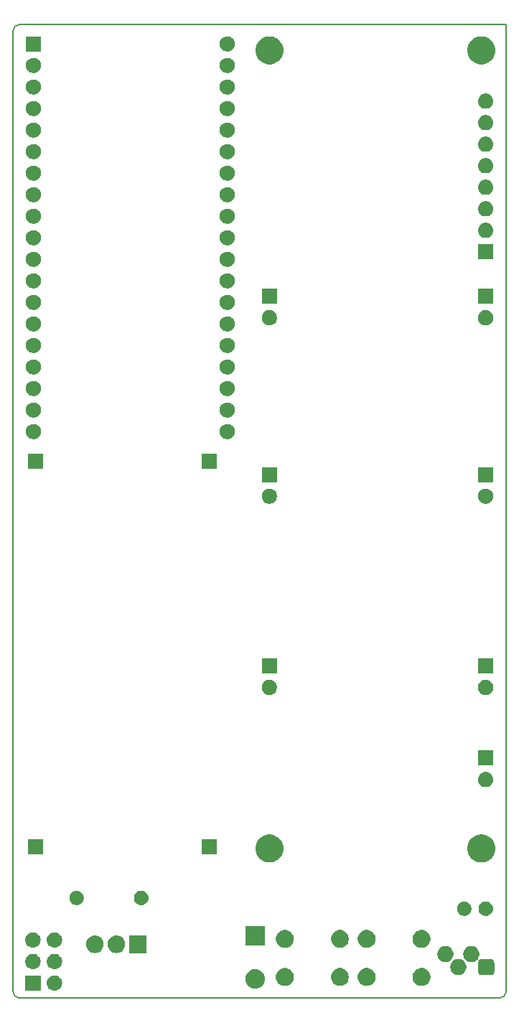
<source format=gbr>
%TF.GenerationSoftware,KiCad,Pcbnew,(5.0.2)-1*%
%TF.CreationDate,2019-03-22T12:12:08-04:00*%
%TF.ProjectId,Door_Lock,446f6f72-5f4c-46f6-936b-2e6b69636164,rev?*%
%TF.SameCoordinates,Original*%
%TF.FileFunction,Soldermask,Top*%
%TF.FilePolarity,Negative*%
%FSLAX46Y46*%
G04 Gerber Fmt 4.6, Leading zero omitted, Abs format (unit mm)*
G04 Created by KiCad (PCBNEW (5.0.2)-1) date 3/22/2019 12:12:08 PM*
%MOMM*%
%LPD*%
G01*
G04 APERTURE LIST*
%ADD10C,0.150000*%
%ADD11C,0.100000*%
G04 APERTURE END LIST*
D10*
X59436000Y-146050000D02*
G75*
G02X58674000Y-145288000I0J762000D01*
G01*
X116840000Y-145288000D02*
G75*
G02X116078000Y-146050000I-762000J0D01*
G01*
X58674000Y-32004000D02*
G75*
G02X59436000Y-31242000I762000J0D01*
G01*
X58674000Y-145288000D02*
X58674000Y-32004000D01*
X116078000Y-146050000D02*
X59436000Y-146050000D01*
X116840000Y-31242000D02*
X116840000Y-145288000D01*
X59436000Y-31242000D02*
X116840000Y-31242000D01*
D11*
G36*
X63673942Y-143377518D02*
X63740127Y-143384037D01*
X63853353Y-143418384D01*
X63909967Y-143435557D01*
X63974374Y-143469984D01*
X64066491Y-143519222D01*
X64102229Y-143548552D01*
X64203686Y-143631814D01*
X64286948Y-143733271D01*
X64316278Y-143769009D01*
X64316279Y-143769011D01*
X64399943Y-143925533D01*
X64399943Y-143925534D01*
X64451463Y-144095373D01*
X64468859Y-144272000D01*
X64451463Y-144448627D01*
X64434397Y-144504885D01*
X64399943Y-144618467D01*
X64399167Y-144619918D01*
X64316278Y-144774991D01*
X64286948Y-144810729D01*
X64203686Y-144912186D01*
X64102229Y-144995448D01*
X64066491Y-145024778D01*
X64066489Y-145024779D01*
X63909967Y-145108443D01*
X63853353Y-145125616D01*
X63740127Y-145159963D01*
X63673942Y-145166482D01*
X63607760Y-145173000D01*
X63519240Y-145173000D01*
X63453058Y-145166482D01*
X63386873Y-145159963D01*
X63273647Y-145125616D01*
X63217033Y-145108443D01*
X63060511Y-145024779D01*
X63060509Y-145024778D01*
X63024771Y-144995448D01*
X62923314Y-144912186D01*
X62840052Y-144810729D01*
X62810722Y-144774991D01*
X62727833Y-144619918D01*
X62727057Y-144618467D01*
X62692603Y-144504885D01*
X62675537Y-144448627D01*
X62658141Y-144272000D01*
X62675537Y-144095373D01*
X62727057Y-143925534D01*
X62727057Y-143925533D01*
X62810721Y-143769011D01*
X62810722Y-143769009D01*
X62840052Y-143733271D01*
X62923314Y-143631814D01*
X63024771Y-143548552D01*
X63060509Y-143519222D01*
X63152626Y-143469984D01*
X63217033Y-143435557D01*
X63273647Y-143418384D01*
X63386873Y-143384037D01*
X63453058Y-143377518D01*
X63519240Y-143371000D01*
X63607760Y-143371000D01*
X63673942Y-143377518D01*
X63673942Y-143377518D01*
G37*
G36*
X61924500Y-145173000D02*
X60122500Y-145173000D01*
X60122500Y-143371000D01*
X61924500Y-143371000D01*
X61924500Y-145173000D01*
X61924500Y-145173000D01*
G37*
G36*
X87335080Y-142657762D02*
X87436535Y-142667754D01*
X87653500Y-142733570D01*
X87653502Y-142733571D01*
X87653505Y-142733572D01*
X87853456Y-142840447D01*
X88028718Y-142984282D01*
X88172553Y-143159544D01*
X88279428Y-143359495D01*
X88279429Y-143359498D01*
X88279430Y-143359500D01*
X88345246Y-143576465D01*
X88367469Y-143802100D01*
X88345246Y-144027735D01*
X88279802Y-144243473D01*
X88279428Y-144244705D01*
X88172553Y-144444656D01*
X88028718Y-144619918D01*
X87853456Y-144763753D01*
X87653505Y-144870628D01*
X87653502Y-144870629D01*
X87653500Y-144870630D01*
X87436535Y-144936446D01*
X87335080Y-144946438D01*
X87267445Y-144953100D01*
X87154355Y-144953100D01*
X87086720Y-144946438D01*
X86985265Y-144936446D01*
X86768300Y-144870630D01*
X86768298Y-144870629D01*
X86768295Y-144870628D01*
X86568344Y-144763753D01*
X86393082Y-144619918D01*
X86249247Y-144444656D01*
X86142372Y-144244705D01*
X86141998Y-144243473D01*
X86076554Y-144027735D01*
X86054331Y-143802100D01*
X86076554Y-143576465D01*
X86142370Y-143359500D01*
X86142371Y-143359498D01*
X86142372Y-143359495D01*
X86249247Y-143159544D01*
X86393082Y-142984282D01*
X86568344Y-142840447D01*
X86768295Y-142733572D01*
X86768298Y-142733571D01*
X86768300Y-142733570D01*
X86985265Y-142667754D01*
X87086720Y-142657762D01*
X87154355Y-142651100D01*
X87267445Y-142651100D01*
X87335080Y-142657762D01*
X87335080Y-142657762D01*
G37*
G36*
X107177065Y-142562889D02*
X107368334Y-142642115D01*
X107540476Y-142757137D01*
X107686863Y-142903524D01*
X107801885Y-143075666D01*
X107881111Y-143266935D01*
X107921500Y-143469984D01*
X107921500Y-143677016D01*
X107881111Y-143880065D01*
X107801885Y-144071334D01*
X107686863Y-144243476D01*
X107540476Y-144389863D01*
X107368334Y-144504885D01*
X107177065Y-144584111D01*
X106974016Y-144624500D01*
X106766984Y-144624500D01*
X106563935Y-144584111D01*
X106372666Y-144504885D01*
X106200524Y-144389863D01*
X106054137Y-144243476D01*
X105939115Y-144071334D01*
X105859889Y-143880065D01*
X105819500Y-143677016D01*
X105819500Y-143469984D01*
X105859889Y-143266935D01*
X105939115Y-143075666D01*
X106054137Y-142903524D01*
X106200524Y-142757137D01*
X106372666Y-142642115D01*
X106563935Y-142562889D01*
X106766984Y-142522500D01*
X106974016Y-142522500D01*
X107177065Y-142562889D01*
X107177065Y-142562889D01*
G37*
G36*
X100677065Y-142562889D02*
X100868334Y-142642115D01*
X101040476Y-142757137D01*
X101186863Y-142903524D01*
X101301885Y-143075666D01*
X101381111Y-143266935D01*
X101421500Y-143469984D01*
X101421500Y-143677016D01*
X101381111Y-143880065D01*
X101301885Y-144071334D01*
X101186863Y-144243476D01*
X101040476Y-144389863D01*
X100868334Y-144504885D01*
X100677065Y-144584111D01*
X100474016Y-144624500D01*
X100266984Y-144624500D01*
X100063935Y-144584111D01*
X99872666Y-144504885D01*
X99700524Y-144389863D01*
X99554137Y-144243476D01*
X99439115Y-144071334D01*
X99359889Y-143880065D01*
X99319500Y-143677016D01*
X99319500Y-143469984D01*
X99359889Y-143266935D01*
X99439115Y-143075666D01*
X99554137Y-142903524D01*
X99700524Y-142757137D01*
X99872666Y-142642115D01*
X100063935Y-142562889D01*
X100266984Y-142522500D01*
X100474016Y-142522500D01*
X100677065Y-142562889D01*
X100677065Y-142562889D01*
G37*
G36*
X91037765Y-142562889D02*
X91229034Y-142642115D01*
X91401176Y-142757137D01*
X91547563Y-142903524D01*
X91662585Y-143075666D01*
X91741811Y-143266935D01*
X91782200Y-143469984D01*
X91782200Y-143677016D01*
X91741811Y-143880065D01*
X91662585Y-144071334D01*
X91547563Y-144243476D01*
X91401176Y-144389863D01*
X91229034Y-144504885D01*
X91037765Y-144584111D01*
X90834716Y-144624500D01*
X90627684Y-144624500D01*
X90424635Y-144584111D01*
X90233366Y-144504885D01*
X90061224Y-144389863D01*
X89914837Y-144243476D01*
X89799815Y-144071334D01*
X89720589Y-143880065D01*
X89680200Y-143677016D01*
X89680200Y-143469984D01*
X89720589Y-143266935D01*
X89799815Y-143075666D01*
X89914837Y-142903524D01*
X90061224Y-142757137D01*
X90233366Y-142642115D01*
X90424635Y-142562889D01*
X90627684Y-142522500D01*
X90834716Y-142522500D01*
X91037765Y-142562889D01*
X91037765Y-142562889D01*
G37*
G36*
X97537765Y-142562889D02*
X97729034Y-142642115D01*
X97901176Y-142757137D01*
X98047563Y-142903524D01*
X98162585Y-143075666D01*
X98241811Y-143266935D01*
X98282200Y-143469984D01*
X98282200Y-143677016D01*
X98241811Y-143880065D01*
X98162585Y-144071334D01*
X98047563Y-144243476D01*
X97901176Y-144389863D01*
X97729034Y-144504885D01*
X97537765Y-144584111D01*
X97334716Y-144624500D01*
X97127684Y-144624500D01*
X96924635Y-144584111D01*
X96733366Y-144504885D01*
X96561224Y-144389863D01*
X96414837Y-144243476D01*
X96299815Y-144071334D01*
X96220589Y-143880065D01*
X96180200Y-143677016D01*
X96180200Y-143469984D01*
X96220589Y-143266935D01*
X96299815Y-143075666D01*
X96414837Y-142903524D01*
X96561224Y-142757137D01*
X96733366Y-142642115D01*
X96924635Y-142562889D01*
X97127684Y-142522500D01*
X97334716Y-142522500D01*
X97537765Y-142562889D01*
X97537765Y-142562889D01*
G37*
G36*
X111465896Y-141490646D02*
X111638966Y-141562334D01*
X111794730Y-141666412D01*
X111927188Y-141798870D01*
X112031266Y-141954634D01*
X112102954Y-142127704D01*
X112139500Y-142311433D01*
X112139500Y-142498767D01*
X112102954Y-142682496D01*
X112031266Y-142855566D01*
X111927188Y-143011330D01*
X111794730Y-143143788D01*
X111638966Y-143247866D01*
X111465896Y-143319554D01*
X111282167Y-143356100D01*
X111094833Y-143356100D01*
X110911104Y-143319554D01*
X110738034Y-143247866D01*
X110582270Y-143143788D01*
X110449812Y-143011330D01*
X110345734Y-142855566D01*
X110274046Y-142682496D01*
X110237500Y-142498767D01*
X110237500Y-142311433D01*
X110274046Y-142127704D01*
X110345734Y-141954634D01*
X110449812Y-141798870D01*
X110582270Y-141666412D01*
X110738034Y-141562334D01*
X110911104Y-141490646D01*
X111094833Y-141454100D01*
X111282167Y-141454100D01*
X111465896Y-141490646D01*
X111465896Y-141490646D01*
G37*
G36*
X112989896Y-139966646D02*
X113162966Y-140038334D01*
X113318730Y-140142412D01*
X113451188Y-140274870D01*
X113555266Y-140430634D01*
X113626954Y-140603704D01*
X113663500Y-140787433D01*
X113663500Y-140974767D01*
X113626954Y-141158496D01*
X113555265Y-141331570D01*
X113534312Y-141362928D01*
X113522761Y-141384539D01*
X113515648Y-141407988D01*
X113513246Y-141432374D01*
X113515648Y-141456760D01*
X113522762Y-141480210D01*
X113534313Y-141501820D01*
X113549858Y-141520762D01*
X113568801Y-141536307D01*
X113590412Y-141547858D01*
X113613861Y-141554971D01*
X113638247Y-141557373D01*
X113662633Y-141554971D01*
X113686083Y-141547857D01*
X113707693Y-141536306D01*
X113717548Y-141528997D01*
X113723389Y-141524203D01*
X113794679Y-141486098D01*
X113872047Y-141462629D01*
X113958641Y-141454100D01*
X115022359Y-141454100D01*
X115108953Y-141462629D01*
X115186321Y-141486098D01*
X115257611Y-141524203D01*
X115320107Y-141575493D01*
X115371397Y-141637989D01*
X115409502Y-141709279D01*
X115432971Y-141786647D01*
X115441500Y-141873241D01*
X115441500Y-142936959D01*
X115432971Y-143023553D01*
X115409502Y-143100921D01*
X115371397Y-143172211D01*
X115320107Y-143234707D01*
X115257611Y-143285997D01*
X115186321Y-143324102D01*
X115108953Y-143347571D01*
X115022359Y-143356100D01*
X113958641Y-143356100D01*
X113872047Y-143347571D01*
X113794679Y-143324102D01*
X113723389Y-143285997D01*
X113660893Y-143234707D01*
X113609603Y-143172211D01*
X113571498Y-143100921D01*
X113548029Y-143023553D01*
X113539500Y-142936959D01*
X113539500Y-141873241D01*
X113548029Y-141786647D01*
X113574100Y-141700704D01*
X113576649Y-141694549D01*
X113581430Y-141670516D01*
X113581430Y-141646012D01*
X113576650Y-141621978D01*
X113567273Y-141599339D01*
X113553659Y-141578964D01*
X113536333Y-141561637D01*
X113515958Y-141548023D01*
X113493319Y-141538645D01*
X113469286Y-141533864D01*
X113444782Y-141533864D01*
X113420748Y-141538644D01*
X113398109Y-141548021D01*
X113377734Y-141561635D01*
X113368644Y-141569874D01*
X113318730Y-141619788D01*
X113162966Y-141723866D01*
X112989896Y-141795554D01*
X112806167Y-141832100D01*
X112618833Y-141832100D01*
X112435104Y-141795554D01*
X112262034Y-141723866D01*
X112106270Y-141619788D01*
X111973812Y-141487330D01*
X111869734Y-141331566D01*
X111798046Y-141158496D01*
X111761500Y-140974767D01*
X111761500Y-140787433D01*
X111798046Y-140603704D01*
X111869734Y-140430634D01*
X111973812Y-140274870D01*
X112106270Y-140142412D01*
X112262034Y-140038334D01*
X112435104Y-139966646D01*
X112618833Y-139930100D01*
X112806167Y-139930100D01*
X112989896Y-139966646D01*
X112989896Y-139966646D01*
G37*
G36*
X61133943Y-140837519D02*
X61200127Y-140844037D01*
X61313353Y-140878384D01*
X61369967Y-140895557D01*
X61508587Y-140969652D01*
X61526491Y-140979222D01*
X61562229Y-141008552D01*
X61663686Y-141091814D01*
X61746948Y-141193271D01*
X61776278Y-141229009D01*
X61776279Y-141229011D01*
X61859943Y-141385533D01*
X61874152Y-141432374D01*
X61911463Y-141555373D01*
X61928859Y-141732000D01*
X61911463Y-141908627D01*
X61897507Y-141954633D01*
X61859943Y-142078467D01*
X61833625Y-142127704D01*
X61776278Y-142234991D01*
X61746948Y-142270729D01*
X61663686Y-142372186D01*
X61562229Y-142455448D01*
X61526491Y-142484778D01*
X61526489Y-142484779D01*
X61369967Y-142568443D01*
X61313353Y-142585616D01*
X61200127Y-142619963D01*
X61133942Y-142626482D01*
X61067760Y-142633000D01*
X60979240Y-142633000D01*
X60913058Y-142626482D01*
X60846873Y-142619963D01*
X60733647Y-142585616D01*
X60677033Y-142568443D01*
X60520511Y-142484779D01*
X60520509Y-142484778D01*
X60484771Y-142455448D01*
X60383314Y-142372186D01*
X60300052Y-142270729D01*
X60270722Y-142234991D01*
X60213375Y-142127704D01*
X60187057Y-142078467D01*
X60149493Y-141954633D01*
X60135537Y-141908627D01*
X60118141Y-141732000D01*
X60135537Y-141555373D01*
X60172848Y-141432374D01*
X60187057Y-141385533D01*
X60270721Y-141229011D01*
X60270722Y-141229009D01*
X60300052Y-141193271D01*
X60383314Y-141091814D01*
X60484771Y-141008552D01*
X60520509Y-140979222D01*
X60538413Y-140969652D01*
X60677033Y-140895557D01*
X60733647Y-140878384D01*
X60846873Y-140844037D01*
X60913057Y-140837519D01*
X60979240Y-140831000D01*
X61067760Y-140831000D01*
X61133943Y-140837519D01*
X61133943Y-140837519D01*
G37*
G36*
X63673943Y-140837519D02*
X63740127Y-140844037D01*
X63853353Y-140878384D01*
X63909967Y-140895557D01*
X64048587Y-140969652D01*
X64066491Y-140979222D01*
X64102229Y-141008552D01*
X64203686Y-141091814D01*
X64286948Y-141193271D01*
X64316278Y-141229009D01*
X64316279Y-141229011D01*
X64399943Y-141385533D01*
X64414152Y-141432374D01*
X64451463Y-141555373D01*
X64468859Y-141732000D01*
X64451463Y-141908627D01*
X64437507Y-141954633D01*
X64399943Y-142078467D01*
X64373625Y-142127704D01*
X64316278Y-142234991D01*
X64286948Y-142270729D01*
X64203686Y-142372186D01*
X64102229Y-142455448D01*
X64066491Y-142484778D01*
X64066489Y-142484779D01*
X63909967Y-142568443D01*
X63853353Y-142585616D01*
X63740127Y-142619963D01*
X63673942Y-142626482D01*
X63607760Y-142633000D01*
X63519240Y-142633000D01*
X63453058Y-142626482D01*
X63386873Y-142619963D01*
X63273647Y-142585616D01*
X63217033Y-142568443D01*
X63060511Y-142484779D01*
X63060509Y-142484778D01*
X63024771Y-142455448D01*
X62923314Y-142372186D01*
X62840052Y-142270729D01*
X62810722Y-142234991D01*
X62753375Y-142127704D01*
X62727057Y-142078467D01*
X62689493Y-141954633D01*
X62675537Y-141908627D01*
X62658141Y-141732000D01*
X62675537Y-141555373D01*
X62712848Y-141432374D01*
X62727057Y-141385533D01*
X62810721Y-141229011D01*
X62810722Y-141229009D01*
X62840052Y-141193271D01*
X62923314Y-141091814D01*
X63024771Y-141008552D01*
X63060509Y-140979222D01*
X63078413Y-140969652D01*
X63217033Y-140895557D01*
X63273647Y-140878384D01*
X63386873Y-140844037D01*
X63453057Y-140837519D01*
X63519240Y-140831000D01*
X63607760Y-140831000D01*
X63673943Y-140837519D01*
X63673943Y-140837519D01*
G37*
G36*
X109941896Y-139966646D02*
X110114966Y-140038334D01*
X110270730Y-140142412D01*
X110403188Y-140274870D01*
X110507266Y-140430634D01*
X110578954Y-140603704D01*
X110615500Y-140787433D01*
X110615500Y-140974767D01*
X110578954Y-141158496D01*
X110507266Y-141331566D01*
X110403188Y-141487330D01*
X110270730Y-141619788D01*
X110114966Y-141723866D01*
X109941896Y-141795554D01*
X109758167Y-141832100D01*
X109570833Y-141832100D01*
X109387104Y-141795554D01*
X109214034Y-141723866D01*
X109058270Y-141619788D01*
X108925812Y-141487330D01*
X108821734Y-141331566D01*
X108750046Y-141158496D01*
X108713500Y-140974767D01*
X108713500Y-140787433D01*
X108750046Y-140603704D01*
X108821734Y-140430634D01*
X108925812Y-140274870D01*
X109058270Y-140142412D01*
X109214034Y-140038334D01*
X109387104Y-139966646D01*
X109570833Y-139930100D01*
X109758167Y-139930100D01*
X109941896Y-139966646D01*
X109941896Y-139966646D01*
G37*
G36*
X68522720Y-138663520D02*
X68711881Y-138720901D01*
X68886212Y-138814083D01*
X69039015Y-138939485D01*
X69164417Y-139092288D01*
X69257599Y-139266620D01*
X69314980Y-139455781D01*
X69329500Y-139603207D01*
X69329500Y-139796794D01*
X69314980Y-139944220D01*
X69257599Y-140133381D01*
X69164417Y-140307712D01*
X69039015Y-140460515D01*
X68886212Y-140585917D01*
X68711880Y-140679099D01*
X68522719Y-140736480D01*
X68326000Y-140755855D01*
X68129280Y-140736480D01*
X67940119Y-140679099D01*
X67765788Y-140585917D01*
X67612985Y-140460515D01*
X67487583Y-140307712D01*
X67394401Y-140133380D01*
X67337020Y-139944219D01*
X67322500Y-139796793D01*
X67322500Y-139603206D01*
X67337020Y-139455780D01*
X67394401Y-139266619D01*
X67487583Y-139092288D01*
X67612985Y-138939485D01*
X67765788Y-138814083D01*
X67940120Y-138720901D01*
X68129281Y-138663520D01*
X68326000Y-138644145D01*
X68522720Y-138663520D01*
X68522720Y-138663520D01*
G37*
G36*
X71062720Y-138663520D02*
X71251881Y-138720901D01*
X71426212Y-138814083D01*
X71579015Y-138939485D01*
X71704417Y-139092288D01*
X71797599Y-139266620D01*
X71854980Y-139455781D01*
X71869500Y-139603207D01*
X71869500Y-139796794D01*
X71854980Y-139944220D01*
X71797599Y-140133381D01*
X71704417Y-140307712D01*
X71579015Y-140460515D01*
X71426212Y-140585917D01*
X71251880Y-140679099D01*
X71062719Y-140736480D01*
X70866000Y-140755855D01*
X70669280Y-140736480D01*
X70480119Y-140679099D01*
X70305788Y-140585917D01*
X70152985Y-140460515D01*
X70027583Y-140307712D01*
X69934401Y-140133380D01*
X69877020Y-139944219D01*
X69862500Y-139796793D01*
X69862500Y-139603206D01*
X69877020Y-139455780D01*
X69934401Y-139266619D01*
X70027583Y-139092288D01*
X70152985Y-138939485D01*
X70305788Y-138814083D01*
X70480120Y-138720901D01*
X70669281Y-138663520D01*
X70866000Y-138644145D01*
X71062720Y-138663520D01*
X71062720Y-138663520D01*
G37*
G36*
X74409500Y-140751000D02*
X72402500Y-140751000D01*
X72402500Y-138649000D01*
X74409500Y-138649000D01*
X74409500Y-140751000D01*
X74409500Y-140751000D01*
G37*
G36*
X107177065Y-138062889D02*
X107368334Y-138142115D01*
X107540476Y-138257137D01*
X107686863Y-138403524D01*
X107801885Y-138575666D01*
X107881111Y-138766935D01*
X107921500Y-138969984D01*
X107921500Y-139177016D01*
X107881111Y-139380065D01*
X107801885Y-139571334D01*
X107686863Y-139743476D01*
X107540476Y-139889863D01*
X107368334Y-140004885D01*
X107177065Y-140084111D01*
X106974016Y-140124500D01*
X106766984Y-140124500D01*
X106563935Y-140084111D01*
X106372666Y-140004885D01*
X106200524Y-139889863D01*
X106054137Y-139743476D01*
X105939115Y-139571334D01*
X105859889Y-139380065D01*
X105819500Y-139177016D01*
X105819500Y-138969984D01*
X105859889Y-138766935D01*
X105939115Y-138575666D01*
X106054137Y-138403524D01*
X106200524Y-138257137D01*
X106372666Y-138142115D01*
X106563935Y-138062889D01*
X106766984Y-138022500D01*
X106974016Y-138022500D01*
X107177065Y-138062889D01*
X107177065Y-138062889D01*
G37*
G36*
X100677065Y-138062889D02*
X100868334Y-138142115D01*
X101040476Y-138257137D01*
X101186863Y-138403524D01*
X101301885Y-138575666D01*
X101381111Y-138766935D01*
X101421500Y-138969984D01*
X101421500Y-139177016D01*
X101381111Y-139380065D01*
X101301885Y-139571334D01*
X101186863Y-139743476D01*
X101040476Y-139889863D01*
X100868334Y-140004885D01*
X100677065Y-140084111D01*
X100474016Y-140124500D01*
X100266984Y-140124500D01*
X100063935Y-140084111D01*
X99872666Y-140004885D01*
X99700524Y-139889863D01*
X99554137Y-139743476D01*
X99439115Y-139571334D01*
X99359889Y-139380065D01*
X99319500Y-139177016D01*
X99319500Y-138969984D01*
X99359889Y-138766935D01*
X99439115Y-138575666D01*
X99554137Y-138403524D01*
X99700524Y-138257137D01*
X99872666Y-138142115D01*
X100063935Y-138062889D01*
X100266984Y-138022500D01*
X100474016Y-138022500D01*
X100677065Y-138062889D01*
X100677065Y-138062889D01*
G37*
G36*
X97537765Y-138062889D02*
X97729034Y-138142115D01*
X97901176Y-138257137D01*
X98047563Y-138403524D01*
X98162585Y-138575666D01*
X98241811Y-138766935D01*
X98282200Y-138969984D01*
X98282200Y-139177016D01*
X98241811Y-139380065D01*
X98162585Y-139571334D01*
X98047563Y-139743476D01*
X97901176Y-139889863D01*
X97729034Y-140004885D01*
X97537765Y-140084111D01*
X97334716Y-140124500D01*
X97127684Y-140124500D01*
X96924635Y-140084111D01*
X96733366Y-140004885D01*
X96561224Y-139889863D01*
X96414837Y-139743476D01*
X96299815Y-139571334D01*
X96220589Y-139380065D01*
X96180200Y-139177016D01*
X96180200Y-138969984D01*
X96220589Y-138766935D01*
X96299815Y-138575666D01*
X96414837Y-138403524D01*
X96561224Y-138257137D01*
X96733366Y-138142115D01*
X96924635Y-138062889D01*
X97127684Y-138022500D01*
X97334716Y-138022500D01*
X97537765Y-138062889D01*
X97537765Y-138062889D01*
G37*
G36*
X91037765Y-138062889D02*
X91229034Y-138142115D01*
X91401176Y-138257137D01*
X91547563Y-138403524D01*
X91662585Y-138575666D01*
X91741811Y-138766935D01*
X91782200Y-138969984D01*
X91782200Y-139177016D01*
X91741811Y-139380065D01*
X91662585Y-139571334D01*
X91547563Y-139743476D01*
X91401176Y-139889863D01*
X91229034Y-140004885D01*
X91037765Y-140084111D01*
X90834716Y-140124500D01*
X90627684Y-140124500D01*
X90424635Y-140084111D01*
X90233366Y-140004885D01*
X90061224Y-139889863D01*
X89914837Y-139743476D01*
X89799815Y-139571334D01*
X89720589Y-139380065D01*
X89680200Y-139177016D01*
X89680200Y-138969984D01*
X89720589Y-138766935D01*
X89799815Y-138575666D01*
X89914837Y-138403524D01*
X90061224Y-138257137D01*
X90233366Y-138142115D01*
X90424635Y-138062889D01*
X90627684Y-138022500D01*
X90834716Y-138022500D01*
X91037765Y-138062889D01*
X91037765Y-138062889D01*
G37*
G36*
X61133943Y-138297519D02*
X61200127Y-138304037D01*
X61313353Y-138338384D01*
X61369967Y-138355557D01*
X61459711Y-138403527D01*
X61526491Y-138439222D01*
X61562229Y-138468552D01*
X61663686Y-138551814D01*
X61739459Y-138644145D01*
X61776278Y-138689009D01*
X61776279Y-138689011D01*
X61859943Y-138845533D01*
X61859943Y-138845534D01*
X61911463Y-139015373D01*
X61928859Y-139192000D01*
X61911463Y-139368627D01*
X61885024Y-139455784D01*
X61859943Y-139538467D01*
X61825338Y-139603207D01*
X61776278Y-139694991D01*
X61746948Y-139730729D01*
X61663686Y-139832186D01*
X61562229Y-139915448D01*
X61526491Y-139944778D01*
X61526489Y-139944779D01*
X61369967Y-140028443D01*
X61313353Y-140045616D01*
X61200127Y-140079963D01*
X61133943Y-140086481D01*
X61067760Y-140093000D01*
X60979240Y-140093000D01*
X60913057Y-140086481D01*
X60846873Y-140079963D01*
X60733647Y-140045616D01*
X60677033Y-140028443D01*
X60520511Y-139944779D01*
X60520509Y-139944778D01*
X60484771Y-139915448D01*
X60383314Y-139832186D01*
X60300052Y-139730729D01*
X60270722Y-139694991D01*
X60221662Y-139603207D01*
X60187057Y-139538467D01*
X60161976Y-139455784D01*
X60135537Y-139368627D01*
X60118141Y-139192000D01*
X60135537Y-139015373D01*
X60187057Y-138845534D01*
X60187057Y-138845533D01*
X60270721Y-138689011D01*
X60270722Y-138689009D01*
X60307541Y-138644145D01*
X60383314Y-138551814D01*
X60484771Y-138468552D01*
X60520509Y-138439222D01*
X60587289Y-138403527D01*
X60677033Y-138355557D01*
X60733647Y-138338384D01*
X60846873Y-138304037D01*
X60913057Y-138297519D01*
X60979240Y-138291000D01*
X61067760Y-138291000D01*
X61133943Y-138297519D01*
X61133943Y-138297519D01*
G37*
G36*
X63673943Y-138297519D02*
X63740127Y-138304037D01*
X63853353Y-138338384D01*
X63909967Y-138355557D01*
X63999711Y-138403527D01*
X64066491Y-138439222D01*
X64102229Y-138468552D01*
X64203686Y-138551814D01*
X64279459Y-138644145D01*
X64316278Y-138689009D01*
X64316279Y-138689011D01*
X64399943Y-138845533D01*
X64399943Y-138845534D01*
X64451463Y-139015373D01*
X64468859Y-139192000D01*
X64451463Y-139368627D01*
X64425024Y-139455784D01*
X64399943Y-139538467D01*
X64365338Y-139603207D01*
X64316278Y-139694991D01*
X64286948Y-139730729D01*
X64203686Y-139832186D01*
X64102229Y-139915448D01*
X64066491Y-139944778D01*
X64066489Y-139944779D01*
X63909967Y-140028443D01*
X63853353Y-140045616D01*
X63740127Y-140079963D01*
X63673943Y-140086481D01*
X63607760Y-140093000D01*
X63519240Y-140093000D01*
X63453057Y-140086481D01*
X63386873Y-140079963D01*
X63273647Y-140045616D01*
X63217033Y-140028443D01*
X63060511Y-139944779D01*
X63060509Y-139944778D01*
X63024771Y-139915448D01*
X62923314Y-139832186D01*
X62840052Y-139730729D01*
X62810722Y-139694991D01*
X62761662Y-139603207D01*
X62727057Y-139538467D01*
X62701976Y-139455784D01*
X62675537Y-139368627D01*
X62658141Y-139192000D01*
X62675537Y-139015373D01*
X62727057Y-138845534D01*
X62727057Y-138845533D01*
X62810721Y-138689011D01*
X62810722Y-138689009D01*
X62847541Y-138644145D01*
X62923314Y-138551814D01*
X63024771Y-138468552D01*
X63060509Y-138439222D01*
X63127289Y-138403527D01*
X63217033Y-138355557D01*
X63273647Y-138338384D01*
X63386873Y-138304037D01*
X63453057Y-138297519D01*
X63519240Y-138291000D01*
X63607760Y-138291000D01*
X63673943Y-138297519D01*
X63673943Y-138297519D01*
G37*
G36*
X88361900Y-139873100D02*
X86059900Y-139873100D01*
X86059900Y-137571100D01*
X88361900Y-137571100D01*
X88361900Y-139873100D01*
X88361900Y-139873100D01*
G37*
G36*
X112135228Y-134690703D02*
X112290100Y-134754853D01*
X112429481Y-134847985D01*
X112548015Y-134966519D01*
X112641147Y-135105900D01*
X112705297Y-135260772D01*
X112738000Y-135425184D01*
X112738000Y-135592816D01*
X112705297Y-135757228D01*
X112641147Y-135912100D01*
X112548015Y-136051481D01*
X112429481Y-136170015D01*
X112290100Y-136263147D01*
X112135228Y-136327297D01*
X111970816Y-136360000D01*
X111803184Y-136360000D01*
X111638772Y-136327297D01*
X111483900Y-136263147D01*
X111344519Y-136170015D01*
X111225985Y-136051481D01*
X111132853Y-135912100D01*
X111068703Y-135757228D01*
X111036000Y-135592816D01*
X111036000Y-135425184D01*
X111068703Y-135260772D01*
X111132853Y-135105900D01*
X111225985Y-134966519D01*
X111344519Y-134847985D01*
X111483900Y-134754853D01*
X111638772Y-134690703D01*
X111803184Y-134658000D01*
X111970816Y-134658000D01*
X112135228Y-134690703D01*
X112135228Y-134690703D01*
G37*
G36*
X114593821Y-134670313D02*
X114593824Y-134670314D01*
X114593825Y-134670314D01*
X114754239Y-134718975D01*
X114754241Y-134718976D01*
X114754244Y-134718977D01*
X114902078Y-134797995D01*
X115031659Y-134904341D01*
X115138005Y-135033922D01*
X115217023Y-135181756D01*
X115217024Y-135181759D01*
X115217025Y-135181761D01*
X115265686Y-135342175D01*
X115265687Y-135342179D01*
X115282117Y-135509000D01*
X115265687Y-135675821D01*
X115265686Y-135675824D01*
X115265686Y-135675825D01*
X115240993Y-135757228D01*
X115217023Y-135836244D01*
X115138005Y-135984078D01*
X115031659Y-136113659D01*
X114902078Y-136220005D01*
X114754244Y-136299023D01*
X114754241Y-136299024D01*
X114754239Y-136299025D01*
X114593825Y-136347686D01*
X114593824Y-136347686D01*
X114593821Y-136347687D01*
X114468804Y-136360000D01*
X114385196Y-136360000D01*
X114260179Y-136347687D01*
X114260176Y-136347686D01*
X114260175Y-136347686D01*
X114099761Y-136299025D01*
X114099759Y-136299024D01*
X114099756Y-136299023D01*
X113951922Y-136220005D01*
X113822341Y-136113659D01*
X113715995Y-135984078D01*
X113636977Y-135836244D01*
X113613008Y-135757228D01*
X113588314Y-135675825D01*
X113588314Y-135675824D01*
X113588313Y-135675821D01*
X113571883Y-135509000D01*
X113588313Y-135342179D01*
X113588314Y-135342175D01*
X113636975Y-135181761D01*
X113636976Y-135181759D01*
X113636977Y-135181756D01*
X113715995Y-135033922D01*
X113822341Y-134904341D01*
X113951922Y-134797995D01*
X114099756Y-134718977D01*
X114099759Y-134718976D01*
X114099761Y-134718975D01*
X114260175Y-134670314D01*
X114260176Y-134670314D01*
X114260179Y-134670313D01*
X114385196Y-134658000D01*
X114468804Y-134658000D01*
X114593821Y-134670313D01*
X114593821Y-134670313D01*
G37*
G36*
X73953821Y-133400313D02*
X73953824Y-133400314D01*
X73953825Y-133400314D01*
X74114239Y-133448975D01*
X74114241Y-133448976D01*
X74114244Y-133448977D01*
X74262078Y-133527995D01*
X74391659Y-133634341D01*
X74498005Y-133763922D01*
X74577023Y-133911756D01*
X74577024Y-133911759D01*
X74577025Y-133911761D01*
X74625686Y-134072175D01*
X74625687Y-134072179D01*
X74642117Y-134239000D01*
X74625687Y-134405821D01*
X74625686Y-134405824D01*
X74625686Y-134405825D01*
X74600993Y-134487228D01*
X74577023Y-134566244D01*
X74498005Y-134714078D01*
X74391659Y-134843659D01*
X74262078Y-134950005D01*
X74114244Y-135029023D01*
X74114241Y-135029024D01*
X74114239Y-135029025D01*
X73953825Y-135077686D01*
X73953824Y-135077686D01*
X73953821Y-135077687D01*
X73828804Y-135090000D01*
X73745196Y-135090000D01*
X73620179Y-135077687D01*
X73620176Y-135077686D01*
X73620175Y-135077686D01*
X73459761Y-135029025D01*
X73459759Y-135029024D01*
X73459756Y-135029023D01*
X73311922Y-134950005D01*
X73182341Y-134843659D01*
X73075995Y-134714078D01*
X72996977Y-134566244D01*
X72973008Y-134487228D01*
X72948314Y-134405825D01*
X72948314Y-134405824D01*
X72948313Y-134405821D01*
X72931883Y-134239000D01*
X72948313Y-134072179D01*
X72948314Y-134072175D01*
X72996975Y-133911761D01*
X72996976Y-133911759D01*
X72996977Y-133911756D01*
X73075995Y-133763922D01*
X73182341Y-133634341D01*
X73311922Y-133527995D01*
X73459756Y-133448977D01*
X73459759Y-133448976D01*
X73459761Y-133448975D01*
X73620175Y-133400314D01*
X73620176Y-133400314D01*
X73620179Y-133400313D01*
X73745196Y-133388000D01*
X73828804Y-133388000D01*
X73953821Y-133400313D01*
X73953821Y-133400313D01*
G37*
G36*
X66415228Y-133420703D02*
X66570100Y-133484853D01*
X66709481Y-133577985D01*
X66828015Y-133696519D01*
X66921147Y-133835900D01*
X66985297Y-133990772D01*
X67018000Y-134155184D01*
X67018000Y-134322816D01*
X66985297Y-134487228D01*
X66921147Y-134642100D01*
X66828015Y-134781481D01*
X66709481Y-134900015D01*
X66570100Y-134993147D01*
X66415228Y-135057297D01*
X66250816Y-135090000D01*
X66083184Y-135090000D01*
X65918772Y-135057297D01*
X65763900Y-134993147D01*
X65624519Y-134900015D01*
X65505985Y-134781481D01*
X65412853Y-134642100D01*
X65348703Y-134487228D01*
X65316000Y-134322816D01*
X65316000Y-134155184D01*
X65348703Y-133990772D01*
X65412853Y-133835900D01*
X65505985Y-133696519D01*
X65624519Y-133577985D01*
X65763900Y-133484853D01*
X65918772Y-133420703D01*
X66083184Y-133388000D01*
X66250816Y-133388000D01*
X66415228Y-133420703D01*
X66415228Y-133420703D01*
G37*
G36*
X114287956Y-126801298D02*
X114394279Y-126822447D01*
X114694742Y-126946903D01*
X114961552Y-127125180D01*
X114965154Y-127127587D01*
X115195113Y-127357546D01*
X115375798Y-127627960D01*
X115500253Y-127928422D01*
X115563700Y-128247389D01*
X115563700Y-128572611D01*
X115500253Y-128891578D01*
X115375798Y-129192040D01*
X115195113Y-129462454D01*
X114965154Y-129692413D01*
X114965151Y-129692415D01*
X114694742Y-129873097D01*
X114394279Y-129997553D01*
X114287956Y-130018702D01*
X114075311Y-130061000D01*
X113750089Y-130061000D01*
X113537444Y-130018702D01*
X113431121Y-129997553D01*
X113130658Y-129873097D01*
X112860249Y-129692415D01*
X112860246Y-129692413D01*
X112630287Y-129462454D01*
X112449602Y-129192040D01*
X112325147Y-128891578D01*
X112261700Y-128572611D01*
X112261700Y-128247389D01*
X112325147Y-127928422D01*
X112449602Y-127627960D01*
X112630287Y-127357546D01*
X112860246Y-127127587D01*
X112863848Y-127125180D01*
X113130658Y-126946903D01*
X113431121Y-126822447D01*
X113537444Y-126801298D01*
X113750089Y-126759000D01*
X114075311Y-126759000D01*
X114287956Y-126801298D01*
X114287956Y-126801298D01*
G37*
G36*
X89287956Y-126801298D02*
X89394279Y-126822447D01*
X89694742Y-126946903D01*
X89961552Y-127125180D01*
X89965154Y-127127587D01*
X90195113Y-127357546D01*
X90375798Y-127627960D01*
X90500253Y-127928422D01*
X90563700Y-128247389D01*
X90563700Y-128572611D01*
X90500253Y-128891578D01*
X90375798Y-129192040D01*
X90195113Y-129462454D01*
X89965154Y-129692413D01*
X89965151Y-129692415D01*
X89694742Y-129873097D01*
X89394279Y-129997553D01*
X89287956Y-130018702D01*
X89075311Y-130061000D01*
X88750089Y-130061000D01*
X88537444Y-130018702D01*
X88431121Y-129997553D01*
X88130658Y-129873097D01*
X87860249Y-129692415D01*
X87860246Y-129692413D01*
X87630287Y-129462454D01*
X87449602Y-129192040D01*
X87325147Y-128891578D01*
X87261700Y-128572611D01*
X87261700Y-128247389D01*
X87325147Y-127928422D01*
X87449602Y-127627960D01*
X87630287Y-127357546D01*
X87860246Y-127127587D01*
X87863848Y-127125180D01*
X88130658Y-126946903D01*
X88431121Y-126822447D01*
X88537444Y-126801298D01*
X88750089Y-126759000D01*
X89075311Y-126759000D01*
X89287956Y-126801298D01*
X89287956Y-126801298D01*
G37*
G36*
X62242000Y-129141500D02*
X60440000Y-129141500D01*
X60440000Y-127339500D01*
X62242000Y-127339500D01*
X62242000Y-129141500D01*
X62242000Y-129141500D01*
G37*
G36*
X82742000Y-129141500D02*
X80940000Y-129141500D01*
X80940000Y-127339500D01*
X82742000Y-127339500D01*
X82742000Y-129141500D01*
X82742000Y-129141500D01*
G37*
G36*
X114523142Y-119374518D02*
X114589327Y-119381037D01*
X114702553Y-119415384D01*
X114759167Y-119432557D01*
X114897787Y-119506652D01*
X114915691Y-119516222D01*
X114951429Y-119545552D01*
X115052886Y-119628814D01*
X115136148Y-119730271D01*
X115165478Y-119766009D01*
X115165479Y-119766011D01*
X115249143Y-119922533D01*
X115249143Y-119922534D01*
X115300663Y-120092373D01*
X115318059Y-120269000D01*
X115300663Y-120445627D01*
X115266316Y-120558853D01*
X115249143Y-120615467D01*
X115175048Y-120754087D01*
X115165478Y-120771991D01*
X115136148Y-120807729D01*
X115052886Y-120909186D01*
X114951429Y-120992448D01*
X114915691Y-121021778D01*
X114915689Y-121021779D01*
X114759167Y-121105443D01*
X114702553Y-121122616D01*
X114589327Y-121156963D01*
X114523142Y-121163482D01*
X114456960Y-121170000D01*
X114368440Y-121170000D01*
X114302258Y-121163482D01*
X114236073Y-121156963D01*
X114122847Y-121122616D01*
X114066233Y-121105443D01*
X113909711Y-121021779D01*
X113909709Y-121021778D01*
X113873971Y-120992448D01*
X113772514Y-120909186D01*
X113689252Y-120807729D01*
X113659922Y-120771991D01*
X113650352Y-120754087D01*
X113576257Y-120615467D01*
X113559084Y-120558853D01*
X113524737Y-120445627D01*
X113507341Y-120269000D01*
X113524737Y-120092373D01*
X113576257Y-119922534D01*
X113576257Y-119922533D01*
X113659921Y-119766011D01*
X113659922Y-119766009D01*
X113689252Y-119730271D01*
X113772514Y-119628814D01*
X113873971Y-119545552D01*
X113909709Y-119516222D01*
X113927613Y-119506652D01*
X114066233Y-119432557D01*
X114122847Y-119415384D01*
X114236073Y-119381037D01*
X114302258Y-119374518D01*
X114368440Y-119368000D01*
X114456960Y-119368000D01*
X114523142Y-119374518D01*
X114523142Y-119374518D01*
G37*
G36*
X115313700Y-118630000D02*
X113511700Y-118630000D01*
X113511700Y-116828000D01*
X115313700Y-116828000D01*
X115313700Y-118630000D01*
X115313700Y-118630000D01*
G37*
G36*
X114675512Y-108543624D02*
X114839484Y-108611544D01*
X114987054Y-108710147D01*
X115112553Y-108835646D01*
X115211156Y-108983216D01*
X115279076Y-109147188D01*
X115313700Y-109321259D01*
X115313700Y-109498741D01*
X115279076Y-109672812D01*
X115211156Y-109836784D01*
X115112553Y-109984354D01*
X114987054Y-110109853D01*
X114839484Y-110208456D01*
X114675512Y-110276376D01*
X114501441Y-110311000D01*
X114323959Y-110311000D01*
X114149888Y-110276376D01*
X113985916Y-110208456D01*
X113838346Y-110109853D01*
X113712847Y-109984354D01*
X113614244Y-109836784D01*
X113546324Y-109672812D01*
X113511700Y-109498741D01*
X113511700Y-109321259D01*
X113546324Y-109147188D01*
X113614244Y-108983216D01*
X113712847Y-108835646D01*
X113838346Y-108710147D01*
X113985916Y-108611544D01*
X114149888Y-108543624D01*
X114323959Y-108509000D01*
X114501441Y-108509000D01*
X114675512Y-108543624D01*
X114675512Y-108543624D01*
G37*
G36*
X89175512Y-108543624D02*
X89339484Y-108611544D01*
X89487054Y-108710147D01*
X89612553Y-108835646D01*
X89711156Y-108983216D01*
X89779076Y-109147188D01*
X89813700Y-109321259D01*
X89813700Y-109498741D01*
X89779076Y-109672812D01*
X89711156Y-109836784D01*
X89612553Y-109984354D01*
X89487054Y-110109853D01*
X89339484Y-110208456D01*
X89175512Y-110276376D01*
X89001441Y-110311000D01*
X88823959Y-110311000D01*
X88649888Y-110276376D01*
X88485916Y-110208456D01*
X88338346Y-110109853D01*
X88212847Y-109984354D01*
X88114244Y-109836784D01*
X88046324Y-109672812D01*
X88011700Y-109498741D01*
X88011700Y-109321259D01*
X88046324Y-109147188D01*
X88114244Y-108983216D01*
X88212847Y-108835646D01*
X88338346Y-108710147D01*
X88485916Y-108611544D01*
X88649888Y-108543624D01*
X88823959Y-108509000D01*
X89001441Y-108509000D01*
X89175512Y-108543624D01*
X89175512Y-108543624D01*
G37*
G36*
X89813700Y-107771000D02*
X88011700Y-107771000D01*
X88011700Y-105969000D01*
X89813700Y-105969000D01*
X89813700Y-107771000D01*
X89813700Y-107771000D01*
G37*
G36*
X115313700Y-107771000D02*
X113511700Y-107771000D01*
X113511700Y-105969000D01*
X115313700Y-105969000D01*
X115313700Y-107771000D01*
X115313700Y-107771000D01*
G37*
G36*
X114675512Y-86003624D02*
X114839484Y-86071544D01*
X114987054Y-86170147D01*
X115112553Y-86295646D01*
X115211156Y-86443216D01*
X115279076Y-86607188D01*
X115313700Y-86781259D01*
X115313700Y-86958741D01*
X115279076Y-87132812D01*
X115211156Y-87296784D01*
X115112553Y-87444354D01*
X114987054Y-87569853D01*
X114839484Y-87668456D01*
X114675512Y-87736376D01*
X114501441Y-87771000D01*
X114323959Y-87771000D01*
X114149888Y-87736376D01*
X113985916Y-87668456D01*
X113838346Y-87569853D01*
X113712847Y-87444354D01*
X113614244Y-87296784D01*
X113546324Y-87132812D01*
X113511700Y-86958741D01*
X113511700Y-86781259D01*
X113546324Y-86607188D01*
X113614244Y-86443216D01*
X113712847Y-86295646D01*
X113838346Y-86170147D01*
X113985916Y-86071544D01*
X114149888Y-86003624D01*
X114323959Y-85969000D01*
X114501441Y-85969000D01*
X114675512Y-86003624D01*
X114675512Y-86003624D01*
G37*
G36*
X89175512Y-86003624D02*
X89339484Y-86071544D01*
X89487054Y-86170147D01*
X89612553Y-86295646D01*
X89711156Y-86443216D01*
X89779076Y-86607188D01*
X89813700Y-86781259D01*
X89813700Y-86958741D01*
X89779076Y-87132812D01*
X89711156Y-87296784D01*
X89612553Y-87444354D01*
X89487054Y-87569853D01*
X89339484Y-87668456D01*
X89175512Y-87736376D01*
X89001441Y-87771000D01*
X88823959Y-87771000D01*
X88649888Y-87736376D01*
X88485916Y-87668456D01*
X88338346Y-87569853D01*
X88212847Y-87444354D01*
X88114244Y-87296784D01*
X88046324Y-87132812D01*
X88011700Y-86958741D01*
X88011700Y-86781259D01*
X88046324Y-86607188D01*
X88114244Y-86443216D01*
X88212847Y-86295646D01*
X88338346Y-86170147D01*
X88485916Y-86071544D01*
X88649888Y-86003624D01*
X88823959Y-85969000D01*
X89001441Y-85969000D01*
X89175512Y-86003624D01*
X89175512Y-86003624D01*
G37*
G36*
X115313700Y-85231000D02*
X113511700Y-85231000D01*
X113511700Y-83429000D01*
X115313700Y-83429000D01*
X115313700Y-85231000D01*
X115313700Y-85231000D01*
G37*
G36*
X89813700Y-85231000D02*
X88011700Y-85231000D01*
X88011700Y-83429000D01*
X89813700Y-83429000D01*
X89813700Y-85231000D01*
X89813700Y-85231000D01*
G37*
G36*
X62242000Y-83641500D02*
X60440000Y-83641500D01*
X60440000Y-81839500D01*
X62242000Y-81839500D01*
X62242000Y-83641500D01*
X62242000Y-83641500D01*
G37*
G36*
X82742000Y-83641500D02*
X80940000Y-83641500D01*
X80940000Y-81839500D01*
X82742000Y-81839500D01*
X82742000Y-83641500D01*
X82742000Y-83641500D01*
G37*
G36*
X84209812Y-78381624D02*
X84373784Y-78449544D01*
X84521354Y-78548147D01*
X84646853Y-78673646D01*
X84745456Y-78821216D01*
X84813376Y-78985188D01*
X84848000Y-79159259D01*
X84848000Y-79336741D01*
X84813376Y-79510812D01*
X84745456Y-79674784D01*
X84646853Y-79822354D01*
X84521354Y-79947853D01*
X84373784Y-80046456D01*
X84209812Y-80114376D01*
X84035741Y-80149000D01*
X83858259Y-80149000D01*
X83684188Y-80114376D01*
X83520216Y-80046456D01*
X83372646Y-79947853D01*
X83247147Y-79822354D01*
X83148544Y-79674784D01*
X83080624Y-79510812D01*
X83046000Y-79336741D01*
X83046000Y-79159259D01*
X83080624Y-78985188D01*
X83148544Y-78821216D01*
X83247147Y-78673646D01*
X83372646Y-78548147D01*
X83520216Y-78449544D01*
X83684188Y-78381624D01*
X83858259Y-78347000D01*
X84035741Y-78347000D01*
X84209812Y-78381624D01*
X84209812Y-78381624D01*
G37*
G36*
X61349812Y-78381624D02*
X61513784Y-78449544D01*
X61661354Y-78548147D01*
X61786853Y-78673646D01*
X61885456Y-78821216D01*
X61953376Y-78985188D01*
X61988000Y-79159259D01*
X61988000Y-79336741D01*
X61953376Y-79510812D01*
X61885456Y-79674784D01*
X61786853Y-79822354D01*
X61661354Y-79947853D01*
X61513784Y-80046456D01*
X61349812Y-80114376D01*
X61175741Y-80149000D01*
X60998259Y-80149000D01*
X60824188Y-80114376D01*
X60660216Y-80046456D01*
X60512646Y-79947853D01*
X60387147Y-79822354D01*
X60288544Y-79674784D01*
X60220624Y-79510812D01*
X60186000Y-79336741D01*
X60186000Y-79159259D01*
X60220624Y-78985188D01*
X60288544Y-78821216D01*
X60387147Y-78673646D01*
X60512646Y-78548147D01*
X60660216Y-78449544D01*
X60824188Y-78381624D01*
X60998259Y-78347000D01*
X61175741Y-78347000D01*
X61349812Y-78381624D01*
X61349812Y-78381624D01*
G37*
G36*
X84209812Y-75841624D02*
X84373784Y-75909544D01*
X84521354Y-76008147D01*
X84646853Y-76133646D01*
X84745456Y-76281216D01*
X84813376Y-76445188D01*
X84848000Y-76619259D01*
X84848000Y-76796741D01*
X84813376Y-76970812D01*
X84745456Y-77134784D01*
X84646853Y-77282354D01*
X84521354Y-77407853D01*
X84373784Y-77506456D01*
X84209812Y-77574376D01*
X84035741Y-77609000D01*
X83858259Y-77609000D01*
X83684188Y-77574376D01*
X83520216Y-77506456D01*
X83372646Y-77407853D01*
X83247147Y-77282354D01*
X83148544Y-77134784D01*
X83080624Y-76970812D01*
X83046000Y-76796741D01*
X83046000Y-76619259D01*
X83080624Y-76445188D01*
X83148544Y-76281216D01*
X83247147Y-76133646D01*
X83372646Y-76008147D01*
X83520216Y-75909544D01*
X83684188Y-75841624D01*
X83858259Y-75807000D01*
X84035741Y-75807000D01*
X84209812Y-75841624D01*
X84209812Y-75841624D01*
G37*
G36*
X61349812Y-75841624D02*
X61513784Y-75909544D01*
X61661354Y-76008147D01*
X61786853Y-76133646D01*
X61885456Y-76281216D01*
X61953376Y-76445188D01*
X61988000Y-76619259D01*
X61988000Y-76796741D01*
X61953376Y-76970812D01*
X61885456Y-77134784D01*
X61786853Y-77282354D01*
X61661354Y-77407853D01*
X61513784Y-77506456D01*
X61349812Y-77574376D01*
X61175741Y-77609000D01*
X60998259Y-77609000D01*
X60824188Y-77574376D01*
X60660216Y-77506456D01*
X60512646Y-77407853D01*
X60387147Y-77282354D01*
X60288544Y-77134784D01*
X60220624Y-76970812D01*
X60186000Y-76796741D01*
X60186000Y-76619259D01*
X60220624Y-76445188D01*
X60288544Y-76281216D01*
X60387147Y-76133646D01*
X60512646Y-76008147D01*
X60660216Y-75909544D01*
X60824188Y-75841624D01*
X60998259Y-75807000D01*
X61175741Y-75807000D01*
X61349812Y-75841624D01*
X61349812Y-75841624D01*
G37*
G36*
X84209812Y-73301624D02*
X84373784Y-73369544D01*
X84521354Y-73468147D01*
X84646853Y-73593646D01*
X84745456Y-73741216D01*
X84813376Y-73905188D01*
X84848000Y-74079259D01*
X84848000Y-74256741D01*
X84813376Y-74430812D01*
X84745456Y-74594784D01*
X84646853Y-74742354D01*
X84521354Y-74867853D01*
X84373784Y-74966456D01*
X84209812Y-75034376D01*
X84035741Y-75069000D01*
X83858259Y-75069000D01*
X83684188Y-75034376D01*
X83520216Y-74966456D01*
X83372646Y-74867853D01*
X83247147Y-74742354D01*
X83148544Y-74594784D01*
X83080624Y-74430812D01*
X83046000Y-74256741D01*
X83046000Y-74079259D01*
X83080624Y-73905188D01*
X83148544Y-73741216D01*
X83247147Y-73593646D01*
X83372646Y-73468147D01*
X83520216Y-73369544D01*
X83684188Y-73301624D01*
X83858259Y-73267000D01*
X84035741Y-73267000D01*
X84209812Y-73301624D01*
X84209812Y-73301624D01*
G37*
G36*
X61349812Y-73301624D02*
X61513784Y-73369544D01*
X61661354Y-73468147D01*
X61786853Y-73593646D01*
X61885456Y-73741216D01*
X61953376Y-73905188D01*
X61988000Y-74079259D01*
X61988000Y-74256741D01*
X61953376Y-74430812D01*
X61885456Y-74594784D01*
X61786853Y-74742354D01*
X61661354Y-74867853D01*
X61513784Y-74966456D01*
X61349812Y-75034376D01*
X61175741Y-75069000D01*
X60998259Y-75069000D01*
X60824188Y-75034376D01*
X60660216Y-74966456D01*
X60512646Y-74867853D01*
X60387147Y-74742354D01*
X60288544Y-74594784D01*
X60220624Y-74430812D01*
X60186000Y-74256741D01*
X60186000Y-74079259D01*
X60220624Y-73905188D01*
X60288544Y-73741216D01*
X60387147Y-73593646D01*
X60512646Y-73468147D01*
X60660216Y-73369544D01*
X60824188Y-73301624D01*
X60998259Y-73267000D01*
X61175741Y-73267000D01*
X61349812Y-73301624D01*
X61349812Y-73301624D01*
G37*
G36*
X84209812Y-70761624D02*
X84373784Y-70829544D01*
X84521354Y-70928147D01*
X84646853Y-71053646D01*
X84745456Y-71201216D01*
X84813376Y-71365188D01*
X84848000Y-71539259D01*
X84848000Y-71716741D01*
X84813376Y-71890812D01*
X84745456Y-72054784D01*
X84646853Y-72202354D01*
X84521354Y-72327853D01*
X84373784Y-72426456D01*
X84209812Y-72494376D01*
X84035741Y-72529000D01*
X83858259Y-72529000D01*
X83684188Y-72494376D01*
X83520216Y-72426456D01*
X83372646Y-72327853D01*
X83247147Y-72202354D01*
X83148544Y-72054784D01*
X83080624Y-71890812D01*
X83046000Y-71716741D01*
X83046000Y-71539259D01*
X83080624Y-71365188D01*
X83148544Y-71201216D01*
X83247147Y-71053646D01*
X83372646Y-70928147D01*
X83520216Y-70829544D01*
X83684188Y-70761624D01*
X83858259Y-70727000D01*
X84035741Y-70727000D01*
X84209812Y-70761624D01*
X84209812Y-70761624D01*
G37*
G36*
X61349812Y-70761624D02*
X61513784Y-70829544D01*
X61661354Y-70928147D01*
X61786853Y-71053646D01*
X61885456Y-71201216D01*
X61953376Y-71365188D01*
X61988000Y-71539259D01*
X61988000Y-71716741D01*
X61953376Y-71890812D01*
X61885456Y-72054784D01*
X61786853Y-72202354D01*
X61661354Y-72327853D01*
X61513784Y-72426456D01*
X61349812Y-72494376D01*
X61175741Y-72529000D01*
X60998259Y-72529000D01*
X60824188Y-72494376D01*
X60660216Y-72426456D01*
X60512646Y-72327853D01*
X60387147Y-72202354D01*
X60288544Y-72054784D01*
X60220624Y-71890812D01*
X60186000Y-71716741D01*
X60186000Y-71539259D01*
X60220624Y-71365188D01*
X60288544Y-71201216D01*
X60387147Y-71053646D01*
X60512646Y-70928147D01*
X60660216Y-70829544D01*
X60824188Y-70761624D01*
X60998259Y-70727000D01*
X61175741Y-70727000D01*
X61349812Y-70761624D01*
X61349812Y-70761624D01*
G37*
G36*
X84209812Y-68221624D02*
X84373784Y-68289544D01*
X84521354Y-68388147D01*
X84646853Y-68513646D01*
X84745456Y-68661216D01*
X84813376Y-68825188D01*
X84848000Y-68999259D01*
X84848000Y-69176741D01*
X84813376Y-69350812D01*
X84745456Y-69514784D01*
X84646853Y-69662354D01*
X84521354Y-69787853D01*
X84373784Y-69886456D01*
X84209812Y-69954376D01*
X84035741Y-69989000D01*
X83858259Y-69989000D01*
X83684188Y-69954376D01*
X83520216Y-69886456D01*
X83372646Y-69787853D01*
X83247147Y-69662354D01*
X83148544Y-69514784D01*
X83080624Y-69350812D01*
X83046000Y-69176741D01*
X83046000Y-68999259D01*
X83080624Y-68825188D01*
X83148544Y-68661216D01*
X83247147Y-68513646D01*
X83372646Y-68388147D01*
X83520216Y-68289544D01*
X83684188Y-68221624D01*
X83858259Y-68187000D01*
X84035741Y-68187000D01*
X84209812Y-68221624D01*
X84209812Y-68221624D01*
G37*
G36*
X61349812Y-68221624D02*
X61513784Y-68289544D01*
X61661354Y-68388147D01*
X61786853Y-68513646D01*
X61885456Y-68661216D01*
X61953376Y-68825188D01*
X61988000Y-68999259D01*
X61988000Y-69176741D01*
X61953376Y-69350812D01*
X61885456Y-69514784D01*
X61786853Y-69662354D01*
X61661354Y-69787853D01*
X61513784Y-69886456D01*
X61349812Y-69954376D01*
X61175741Y-69989000D01*
X60998259Y-69989000D01*
X60824188Y-69954376D01*
X60660216Y-69886456D01*
X60512646Y-69787853D01*
X60387147Y-69662354D01*
X60288544Y-69514784D01*
X60220624Y-69350812D01*
X60186000Y-69176741D01*
X60186000Y-68999259D01*
X60220624Y-68825188D01*
X60288544Y-68661216D01*
X60387147Y-68513646D01*
X60512646Y-68388147D01*
X60660216Y-68289544D01*
X60824188Y-68221624D01*
X60998259Y-68187000D01*
X61175741Y-68187000D01*
X61349812Y-68221624D01*
X61349812Y-68221624D01*
G37*
G36*
X84209812Y-65681624D02*
X84373784Y-65749544D01*
X84521354Y-65848147D01*
X84646853Y-65973646D01*
X84745456Y-66121216D01*
X84813376Y-66285188D01*
X84848000Y-66459259D01*
X84848000Y-66636741D01*
X84813376Y-66810812D01*
X84745456Y-66974784D01*
X84646853Y-67122354D01*
X84521354Y-67247853D01*
X84373784Y-67346456D01*
X84209812Y-67414376D01*
X84035741Y-67449000D01*
X83858259Y-67449000D01*
X83684188Y-67414376D01*
X83520216Y-67346456D01*
X83372646Y-67247853D01*
X83247147Y-67122354D01*
X83148544Y-66974784D01*
X83080624Y-66810812D01*
X83046000Y-66636741D01*
X83046000Y-66459259D01*
X83080624Y-66285188D01*
X83148544Y-66121216D01*
X83247147Y-65973646D01*
X83372646Y-65848147D01*
X83520216Y-65749544D01*
X83684188Y-65681624D01*
X83858259Y-65647000D01*
X84035741Y-65647000D01*
X84209812Y-65681624D01*
X84209812Y-65681624D01*
G37*
G36*
X61349812Y-65681624D02*
X61513784Y-65749544D01*
X61661354Y-65848147D01*
X61786853Y-65973646D01*
X61885456Y-66121216D01*
X61953376Y-66285188D01*
X61988000Y-66459259D01*
X61988000Y-66636741D01*
X61953376Y-66810812D01*
X61885456Y-66974784D01*
X61786853Y-67122354D01*
X61661354Y-67247853D01*
X61513784Y-67346456D01*
X61349812Y-67414376D01*
X61175741Y-67449000D01*
X60998259Y-67449000D01*
X60824188Y-67414376D01*
X60660216Y-67346456D01*
X60512646Y-67247853D01*
X60387147Y-67122354D01*
X60288544Y-66974784D01*
X60220624Y-66810812D01*
X60186000Y-66636741D01*
X60186000Y-66459259D01*
X60220624Y-66285188D01*
X60288544Y-66121216D01*
X60387147Y-65973646D01*
X60512646Y-65848147D01*
X60660216Y-65749544D01*
X60824188Y-65681624D01*
X60998259Y-65647000D01*
X61175741Y-65647000D01*
X61349812Y-65681624D01*
X61349812Y-65681624D01*
G37*
G36*
X89175512Y-64963624D02*
X89339484Y-65031544D01*
X89487054Y-65130147D01*
X89612553Y-65255646D01*
X89711156Y-65403216D01*
X89779076Y-65567188D01*
X89813700Y-65741259D01*
X89813700Y-65918741D01*
X89779076Y-66092812D01*
X89711156Y-66256784D01*
X89612553Y-66404354D01*
X89487054Y-66529853D01*
X89339484Y-66628456D01*
X89175512Y-66696376D01*
X89001441Y-66731000D01*
X88823959Y-66731000D01*
X88649888Y-66696376D01*
X88485916Y-66628456D01*
X88338346Y-66529853D01*
X88212847Y-66404354D01*
X88114244Y-66256784D01*
X88046324Y-66092812D01*
X88011700Y-65918741D01*
X88011700Y-65741259D01*
X88046324Y-65567188D01*
X88114244Y-65403216D01*
X88212847Y-65255646D01*
X88338346Y-65130147D01*
X88485916Y-65031544D01*
X88649888Y-64963624D01*
X88823959Y-64929000D01*
X89001441Y-64929000D01*
X89175512Y-64963624D01*
X89175512Y-64963624D01*
G37*
G36*
X114675512Y-64963624D02*
X114839484Y-65031544D01*
X114987054Y-65130147D01*
X115112553Y-65255646D01*
X115211156Y-65403216D01*
X115279076Y-65567188D01*
X115313700Y-65741259D01*
X115313700Y-65918741D01*
X115279076Y-66092812D01*
X115211156Y-66256784D01*
X115112553Y-66404354D01*
X114987054Y-66529853D01*
X114839484Y-66628456D01*
X114675512Y-66696376D01*
X114501441Y-66731000D01*
X114323959Y-66731000D01*
X114149888Y-66696376D01*
X113985916Y-66628456D01*
X113838346Y-66529853D01*
X113712847Y-66404354D01*
X113614244Y-66256784D01*
X113546324Y-66092812D01*
X113511700Y-65918741D01*
X113511700Y-65741259D01*
X113546324Y-65567188D01*
X113614244Y-65403216D01*
X113712847Y-65255646D01*
X113838346Y-65130147D01*
X113985916Y-65031544D01*
X114149888Y-64963624D01*
X114323959Y-64929000D01*
X114501441Y-64929000D01*
X114675512Y-64963624D01*
X114675512Y-64963624D01*
G37*
G36*
X84209812Y-63141624D02*
X84373784Y-63209544D01*
X84521354Y-63308147D01*
X84646853Y-63433646D01*
X84745456Y-63581216D01*
X84813376Y-63745188D01*
X84848000Y-63919259D01*
X84848000Y-64096741D01*
X84813376Y-64270812D01*
X84745456Y-64434784D01*
X84646853Y-64582354D01*
X84521354Y-64707853D01*
X84373784Y-64806456D01*
X84209812Y-64874376D01*
X84035741Y-64909000D01*
X83858259Y-64909000D01*
X83684188Y-64874376D01*
X83520216Y-64806456D01*
X83372646Y-64707853D01*
X83247147Y-64582354D01*
X83148544Y-64434784D01*
X83080624Y-64270812D01*
X83046000Y-64096741D01*
X83046000Y-63919259D01*
X83080624Y-63745188D01*
X83148544Y-63581216D01*
X83247147Y-63433646D01*
X83372646Y-63308147D01*
X83520216Y-63209544D01*
X83684188Y-63141624D01*
X83858259Y-63107000D01*
X84035741Y-63107000D01*
X84209812Y-63141624D01*
X84209812Y-63141624D01*
G37*
G36*
X61349812Y-63141624D02*
X61513784Y-63209544D01*
X61661354Y-63308147D01*
X61786853Y-63433646D01*
X61885456Y-63581216D01*
X61953376Y-63745188D01*
X61988000Y-63919259D01*
X61988000Y-64096741D01*
X61953376Y-64270812D01*
X61885456Y-64434784D01*
X61786853Y-64582354D01*
X61661354Y-64707853D01*
X61513784Y-64806456D01*
X61349812Y-64874376D01*
X61175741Y-64909000D01*
X60998259Y-64909000D01*
X60824188Y-64874376D01*
X60660216Y-64806456D01*
X60512646Y-64707853D01*
X60387147Y-64582354D01*
X60288544Y-64434784D01*
X60220624Y-64270812D01*
X60186000Y-64096741D01*
X60186000Y-63919259D01*
X60220624Y-63745188D01*
X60288544Y-63581216D01*
X60387147Y-63433646D01*
X60512646Y-63308147D01*
X60660216Y-63209544D01*
X60824188Y-63141624D01*
X60998259Y-63107000D01*
X61175741Y-63107000D01*
X61349812Y-63141624D01*
X61349812Y-63141624D01*
G37*
G36*
X89813700Y-64191000D02*
X88011700Y-64191000D01*
X88011700Y-62389000D01*
X89813700Y-62389000D01*
X89813700Y-64191000D01*
X89813700Y-64191000D01*
G37*
G36*
X115313700Y-64191000D02*
X113511700Y-64191000D01*
X113511700Y-62389000D01*
X115313700Y-62389000D01*
X115313700Y-64191000D01*
X115313700Y-64191000D01*
G37*
G36*
X84209812Y-60601624D02*
X84373784Y-60669544D01*
X84521354Y-60768147D01*
X84646853Y-60893646D01*
X84745456Y-61041216D01*
X84813376Y-61205188D01*
X84848000Y-61379259D01*
X84848000Y-61556741D01*
X84813376Y-61730812D01*
X84745456Y-61894784D01*
X84646853Y-62042354D01*
X84521354Y-62167853D01*
X84373784Y-62266456D01*
X84209812Y-62334376D01*
X84035741Y-62369000D01*
X83858259Y-62369000D01*
X83684188Y-62334376D01*
X83520216Y-62266456D01*
X83372646Y-62167853D01*
X83247147Y-62042354D01*
X83148544Y-61894784D01*
X83080624Y-61730812D01*
X83046000Y-61556741D01*
X83046000Y-61379259D01*
X83080624Y-61205188D01*
X83148544Y-61041216D01*
X83247147Y-60893646D01*
X83372646Y-60768147D01*
X83520216Y-60669544D01*
X83684188Y-60601624D01*
X83858259Y-60567000D01*
X84035741Y-60567000D01*
X84209812Y-60601624D01*
X84209812Y-60601624D01*
G37*
G36*
X61349812Y-60601624D02*
X61513784Y-60669544D01*
X61661354Y-60768147D01*
X61786853Y-60893646D01*
X61885456Y-61041216D01*
X61953376Y-61205188D01*
X61988000Y-61379259D01*
X61988000Y-61556741D01*
X61953376Y-61730812D01*
X61885456Y-61894784D01*
X61786853Y-62042354D01*
X61661354Y-62167853D01*
X61513784Y-62266456D01*
X61349812Y-62334376D01*
X61175741Y-62369000D01*
X60998259Y-62369000D01*
X60824188Y-62334376D01*
X60660216Y-62266456D01*
X60512646Y-62167853D01*
X60387147Y-62042354D01*
X60288544Y-61894784D01*
X60220624Y-61730812D01*
X60186000Y-61556741D01*
X60186000Y-61379259D01*
X60220624Y-61205188D01*
X60288544Y-61041216D01*
X60387147Y-60893646D01*
X60512646Y-60768147D01*
X60660216Y-60669544D01*
X60824188Y-60601624D01*
X60998259Y-60567000D01*
X61175741Y-60567000D01*
X61349812Y-60601624D01*
X61349812Y-60601624D01*
G37*
G36*
X61349812Y-58061624D02*
X61513784Y-58129544D01*
X61661354Y-58228147D01*
X61786853Y-58353646D01*
X61885456Y-58501216D01*
X61953376Y-58665188D01*
X61988000Y-58839259D01*
X61988000Y-59016741D01*
X61953376Y-59190812D01*
X61885456Y-59354784D01*
X61786853Y-59502354D01*
X61661354Y-59627853D01*
X61513784Y-59726456D01*
X61349812Y-59794376D01*
X61175741Y-59829000D01*
X60998259Y-59829000D01*
X60824188Y-59794376D01*
X60660216Y-59726456D01*
X60512646Y-59627853D01*
X60387147Y-59502354D01*
X60288544Y-59354784D01*
X60220624Y-59190812D01*
X60186000Y-59016741D01*
X60186000Y-58839259D01*
X60220624Y-58665188D01*
X60288544Y-58501216D01*
X60387147Y-58353646D01*
X60512646Y-58228147D01*
X60660216Y-58129544D01*
X60824188Y-58061624D01*
X60998259Y-58027000D01*
X61175741Y-58027000D01*
X61349812Y-58061624D01*
X61349812Y-58061624D01*
G37*
G36*
X84209812Y-58061624D02*
X84373784Y-58129544D01*
X84521354Y-58228147D01*
X84646853Y-58353646D01*
X84745456Y-58501216D01*
X84813376Y-58665188D01*
X84848000Y-58839259D01*
X84848000Y-59016741D01*
X84813376Y-59190812D01*
X84745456Y-59354784D01*
X84646853Y-59502354D01*
X84521354Y-59627853D01*
X84373784Y-59726456D01*
X84209812Y-59794376D01*
X84035741Y-59829000D01*
X83858259Y-59829000D01*
X83684188Y-59794376D01*
X83520216Y-59726456D01*
X83372646Y-59627853D01*
X83247147Y-59502354D01*
X83148544Y-59354784D01*
X83080624Y-59190812D01*
X83046000Y-59016741D01*
X83046000Y-58839259D01*
X83080624Y-58665188D01*
X83148544Y-58501216D01*
X83247147Y-58353646D01*
X83372646Y-58228147D01*
X83520216Y-58129544D01*
X83684188Y-58061624D01*
X83858259Y-58027000D01*
X84035741Y-58027000D01*
X84209812Y-58061624D01*
X84209812Y-58061624D01*
G37*
G36*
X115313700Y-58940000D02*
X113511700Y-58940000D01*
X113511700Y-57138000D01*
X115313700Y-57138000D01*
X115313700Y-58940000D01*
X115313700Y-58940000D01*
G37*
G36*
X61349812Y-55521624D02*
X61513784Y-55589544D01*
X61661354Y-55688147D01*
X61786853Y-55813646D01*
X61885456Y-55961216D01*
X61953376Y-56125188D01*
X61988000Y-56299259D01*
X61988000Y-56476741D01*
X61953376Y-56650812D01*
X61885456Y-56814784D01*
X61786853Y-56962354D01*
X61661354Y-57087853D01*
X61513784Y-57186456D01*
X61349812Y-57254376D01*
X61175741Y-57289000D01*
X60998259Y-57289000D01*
X60824188Y-57254376D01*
X60660216Y-57186456D01*
X60512646Y-57087853D01*
X60387147Y-56962354D01*
X60288544Y-56814784D01*
X60220624Y-56650812D01*
X60186000Y-56476741D01*
X60186000Y-56299259D01*
X60220624Y-56125188D01*
X60288544Y-55961216D01*
X60387147Y-55813646D01*
X60512646Y-55688147D01*
X60660216Y-55589544D01*
X60824188Y-55521624D01*
X60998259Y-55487000D01*
X61175741Y-55487000D01*
X61349812Y-55521624D01*
X61349812Y-55521624D01*
G37*
G36*
X84209812Y-55521624D02*
X84373784Y-55589544D01*
X84521354Y-55688147D01*
X84646853Y-55813646D01*
X84745456Y-55961216D01*
X84813376Y-56125188D01*
X84848000Y-56299259D01*
X84848000Y-56476741D01*
X84813376Y-56650812D01*
X84745456Y-56814784D01*
X84646853Y-56962354D01*
X84521354Y-57087853D01*
X84373784Y-57186456D01*
X84209812Y-57254376D01*
X84035741Y-57289000D01*
X83858259Y-57289000D01*
X83684188Y-57254376D01*
X83520216Y-57186456D01*
X83372646Y-57087853D01*
X83247147Y-56962354D01*
X83148544Y-56814784D01*
X83080624Y-56650812D01*
X83046000Y-56476741D01*
X83046000Y-56299259D01*
X83080624Y-56125188D01*
X83148544Y-55961216D01*
X83247147Y-55813646D01*
X83372646Y-55688147D01*
X83520216Y-55589544D01*
X83684188Y-55521624D01*
X83858259Y-55487000D01*
X84035741Y-55487000D01*
X84209812Y-55521624D01*
X84209812Y-55521624D01*
G37*
G36*
X114523142Y-54604518D02*
X114589327Y-54611037D01*
X114702553Y-54645384D01*
X114759167Y-54662557D01*
X114856110Y-54714375D01*
X114915691Y-54746222D01*
X114951429Y-54775552D01*
X115052886Y-54858814D01*
X115136148Y-54960271D01*
X115165478Y-54996009D01*
X115165479Y-54996011D01*
X115249143Y-55152533D01*
X115249143Y-55152534D01*
X115300663Y-55322373D01*
X115318059Y-55499000D01*
X115300663Y-55675627D01*
X115296865Y-55688147D01*
X115249143Y-55845467D01*
X115187273Y-55961216D01*
X115165478Y-56001991D01*
X115136148Y-56037729D01*
X115052886Y-56139186D01*
X114951429Y-56222448D01*
X114915691Y-56251778D01*
X114915689Y-56251779D01*
X114759167Y-56335443D01*
X114702553Y-56352616D01*
X114589327Y-56386963D01*
X114523142Y-56393482D01*
X114456960Y-56400000D01*
X114368440Y-56400000D01*
X114302258Y-56393482D01*
X114236073Y-56386963D01*
X114122847Y-56352616D01*
X114066233Y-56335443D01*
X113909711Y-56251779D01*
X113909709Y-56251778D01*
X113873971Y-56222448D01*
X113772514Y-56139186D01*
X113689252Y-56037729D01*
X113659922Y-56001991D01*
X113638127Y-55961216D01*
X113576257Y-55845467D01*
X113528535Y-55688147D01*
X113524737Y-55675627D01*
X113507341Y-55499000D01*
X113524737Y-55322373D01*
X113576257Y-55152534D01*
X113576257Y-55152533D01*
X113659921Y-54996011D01*
X113659922Y-54996009D01*
X113689252Y-54960271D01*
X113772514Y-54858814D01*
X113873971Y-54775552D01*
X113909709Y-54746222D01*
X113969290Y-54714375D01*
X114066233Y-54662557D01*
X114122847Y-54645384D01*
X114236073Y-54611037D01*
X114302258Y-54604518D01*
X114368440Y-54598000D01*
X114456960Y-54598000D01*
X114523142Y-54604518D01*
X114523142Y-54604518D01*
G37*
G36*
X61349812Y-52981624D02*
X61513784Y-53049544D01*
X61661354Y-53148147D01*
X61786853Y-53273646D01*
X61885456Y-53421216D01*
X61953376Y-53585188D01*
X61988000Y-53759259D01*
X61988000Y-53936741D01*
X61953376Y-54110812D01*
X61885456Y-54274784D01*
X61786853Y-54422354D01*
X61661354Y-54547853D01*
X61513784Y-54646456D01*
X61349812Y-54714376D01*
X61175741Y-54749000D01*
X60998259Y-54749000D01*
X60824188Y-54714376D01*
X60660216Y-54646456D01*
X60512646Y-54547853D01*
X60387147Y-54422354D01*
X60288544Y-54274784D01*
X60220624Y-54110812D01*
X60186000Y-53936741D01*
X60186000Y-53759259D01*
X60220624Y-53585188D01*
X60288544Y-53421216D01*
X60387147Y-53273646D01*
X60512646Y-53148147D01*
X60660216Y-53049544D01*
X60824188Y-52981624D01*
X60998259Y-52947000D01*
X61175741Y-52947000D01*
X61349812Y-52981624D01*
X61349812Y-52981624D01*
G37*
G36*
X84209812Y-52981624D02*
X84373784Y-53049544D01*
X84521354Y-53148147D01*
X84646853Y-53273646D01*
X84745456Y-53421216D01*
X84813376Y-53585188D01*
X84848000Y-53759259D01*
X84848000Y-53936741D01*
X84813376Y-54110812D01*
X84745456Y-54274784D01*
X84646853Y-54422354D01*
X84521354Y-54547853D01*
X84373784Y-54646456D01*
X84209812Y-54714376D01*
X84035741Y-54749000D01*
X83858259Y-54749000D01*
X83684188Y-54714376D01*
X83520216Y-54646456D01*
X83372646Y-54547853D01*
X83247147Y-54422354D01*
X83148544Y-54274784D01*
X83080624Y-54110812D01*
X83046000Y-53936741D01*
X83046000Y-53759259D01*
X83080624Y-53585188D01*
X83148544Y-53421216D01*
X83247147Y-53273646D01*
X83372646Y-53148147D01*
X83520216Y-53049544D01*
X83684188Y-52981624D01*
X83858259Y-52947000D01*
X84035741Y-52947000D01*
X84209812Y-52981624D01*
X84209812Y-52981624D01*
G37*
G36*
X114523143Y-52064519D02*
X114589327Y-52071037D01*
X114702553Y-52105384D01*
X114759167Y-52122557D01*
X114856110Y-52174375D01*
X114915691Y-52206222D01*
X114951429Y-52235552D01*
X115052886Y-52318814D01*
X115136148Y-52420271D01*
X115165478Y-52456009D01*
X115165479Y-52456011D01*
X115249143Y-52612533D01*
X115249143Y-52612534D01*
X115300663Y-52782373D01*
X115318059Y-52959000D01*
X115300663Y-53135627D01*
X115296865Y-53148147D01*
X115249143Y-53305467D01*
X115187273Y-53421216D01*
X115165478Y-53461991D01*
X115136148Y-53497729D01*
X115052886Y-53599186D01*
X114951429Y-53682448D01*
X114915691Y-53711778D01*
X114915689Y-53711779D01*
X114759167Y-53795443D01*
X114702553Y-53812616D01*
X114589327Y-53846963D01*
X114523143Y-53853481D01*
X114456960Y-53860000D01*
X114368440Y-53860000D01*
X114302257Y-53853481D01*
X114236073Y-53846963D01*
X114122847Y-53812616D01*
X114066233Y-53795443D01*
X113909711Y-53711779D01*
X113909709Y-53711778D01*
X113873971Y-53682448D01*
X113772514Y-53599186D01*
X113689252Y-53497729D01*
X113659922Y-53461991D01*
X113638127Y-53421216D01*
X113576257Y-53305467D01*
X113528535Y-53148147D01*
X113524737Y-53135627D01*
X113507341Y-52959000D01*
X113524737Y-52782373D01*
X113576257Y-52612534D01*
X113576257Y-52612533D01*
X113659921Y-52456011D01*
X113659922Y-52456009D01*
X113689252Y-52420271D01*
X113772514Y-52318814D01*
X113873971Y-52235552D01*
X113909709Y-52206222D01*
X113969290Y-52174375D01*
X114066233Y-52122557D01*
X114122847Y-52105384D01*
X114236073Y-52071037D01*
X114302257Y-52064519D01*
X114368440Y-52058000D01*
X114456960Y-52058000D01*
X114523143Y-52064519D01*
X114523143Y-52064519D01*
G37*
G36*
X61349812Y-50441624D02*
X61513784Y-50509544D01*
X61661354Y-50608147D01*
X61786853Y-50733646D01*
X61885456Y-50881216D01*
X61953376Y-51045188D01*
X61988000Y-51219259D01*
X61988000Y-51396741D01*
X61953376Y-51570812D01*
X61885456Y-51734784D01*
X61786853Y-51882354D01*
X61661354Y-52007853D01*
X61513784Y-52106456D01*
X61349812Y-52174376D01*
X61175741Y-52209000D01*
X60998259Y-52209000D01*
X60824188Y-52174376D01*
X60660216Y-52106456D01*
X60512646Y-52007853D01*
X60387147Y-51882354D01*
X60288544Y-51734784D01*
X60220624Y-51570812D01*
X60186000Y-51396741D01*
X60186000Y-51219259D01*
X60220624Y-51045188D01*
X60288544Y-50881216D01*
X60387147Y-50733646D01*
X60512646Y-50608147D01*
X60660216Y-50509544D01*
X60824188Y-50441624D01*
X60998259Y-50407000D01*
X61175741Y-50407000D01*
X61349812Y-50441624D01*
X61349812Y-50441624D01*
G37*
G36*
X84209812Y-50441624D02*
X84373784Y-50509544D01*
X84521354Y-50608147D01*
X84646853Y-50733646D01*
X84745456Y-50881216D01*
X84813376Y-51045188D01*
X84848000Y-51219259D01*
X84848000Y-51396741D01*
X84813376Y-51570812D01*
X84745456Y-51734784D01*
X84646853Y-51882354D01*
X84521354Y-52007853D01*
X84373784Y-52106456D01*
X84209812Y-52174376D01*
X84035741Y-52209000D01*
X83858259Y-52209000D01*
X83684188Y-52174376D01*
X83520216Y-52106456D01*
X83372646Y-52007853D01*
X83247147Y-51882354D01*
X83148544Y-51734784D01*
X83080624Y-51570812D01*
X83046000Y-51396741D01*
X83046000Y-51219259D01*
X83080624Y-51045188D01*
X83148544Y-50881216D01*
X83247147Y-50733646D01*
X83372646Y-50608147D01*
X83520216Y-50509544D01*
X83684188Y-50441624D01*
X83858259Y-50407000D01*
X84035741Y-50407000D01*
X84209812Y-50441624D01*
X84209812Y-50441624D01*
G37*
G36*
X114523142Y-49524518D02*
X114589327Y-49531037D01*
X114702553Y-49565384D01*
X114759167Y-49582557D01*
X114856110Y-49634375D01*
X114915691Y-49666222D01*
X114951429Y-49695552D01*
X115052886Y-49778814D01*
X115136148Y-49880271D01*
X115165478Y-49916009D01*
X115165479Y-49916011D01*
X115249143Y-50072533D01*
X115249143Y-50072534D01*
X115300663Y-50242373D01*
X115318059Y-50419000D01*
X115300663Y-50595627D01*
X115296865Y-50608147D01*
X115249143Y-50765467D01*
X115187273Y-50881216D01*
X115165478Y-50921991D01*
X115136148Y-50957729D01*
X115052886Y-51059186D01*
X114951429Y-51142448D01*
X114915691Y-51171778D01*
X114915689Y-51171779D01*
X114759167Y-51255443D01*
X114702553Y-51272616D01*
X114589327Y-51306963D01*
X114523143Y-51313481D01*
X114456960Y-51320000D01*
X114368440Y-51320000D01*
X114302257Y-51313481D01*
X114236073Y-51306963D01*
X114122847Y-51272616D01*
X114066233Y-51255443D01*
X113909711Y-51171779D01*
X113909709Y-51171778D01*
X113873971Y-51142448D01*
X113772514Y-51059186D01*
X113689252Y-50957729D01*
X113659922Y-50921991D01*
X113638127Y-50881216D01*
X113576257Y-50765467D01*
X113528535Y-50608147D01*
X113524737Y-50595627D01*
X113507341Y-50419000D01*
X113524737Y-50242373D01*
X113576257Y-50072534D01*
X113576257Y-50072533D01*
X113659921Y-49916011D01*
X113659922Y-49916009D01*
X113689252Y-49880271D01*
X113772514Y-49778814D01*
X113873971Y-49695552D01*
X113909709Y-49666222D01*
X113969290Y-49634375D01*
X114066233Y-49582557D01*
X114122847Y-49565384D01*
X114236073Y-49531037D01*
X114302258Y-49524518D01*
X114368440Y-49518000D01*
X114456960Y-49518000D01*
X114523142Y-49524518D01*
X114523142Y-49524518D01*
G37*
G36*
X61349812Y-47901624D02*
X61513784Y-47969544D01*
X61661354Y-48068147D01*
X61786853Y-48193646D01*
X61885456Y-48341216D01*
X61953376Y-48505188D01*
X61988000Y-48679259D01*
X61988000Y-48856741D01*
X61953376Y-49030812D01*
X61885456Y-49194784D01*
X61786853Y-49342354D01*
X61661354Y-49467853D01*
X61513784Y-49566456D01*
X61349812Y-49634376D01*
X61175741Y-49669000D01*
X60998259Y-49669000D01*
X60824188Y-49634376D01*
X60660216Y-49566456D01*
X60512646Y-49467853D01*
X60387147Y-49342354D01*
X60288544Y-49194784D01*
X60220624Y-49030812D01*
X60186000Y-48856741D01*
X60186000Y-48679259D01*
X60220624Y-48505188D01*
X60288544Y-48341216D01*
X60387147Y-48193646D01*
X60512646Y-48068147D01*
X60660216Y-47969544D01*
X60824188Y-47901624D01*
X60998259Y-47867000D01*
X61175741Y-47867000D01*
X61349812Y-47901624D01*
X61349812Y-47901624D01*
G37*
G36*
X84209812Y-47901624D02*
X84373784Y-47969544D01*
X84521354Y-48068147D01*
X84646853Y-48193646D01*
X84745456Y-48341216D01*
X84813376Y-48505188D01*
X84848000Y-48679259D01*
X84848000Y-48856741D01*
X84813376Y-49030812D01*
X84745456Y-49194784D01*
X84646853Y-49342354D01*
X84521354Y-49467853D01*
X84373784Y-49566456D01*
X84209812Y-49634376D01*
X84035741Y-49669000D01*
X83858259Y-49669000D01*
X83684188Y-49634376D01*
X83520216Y-49566456D01*
X83372646Y-49467853D01*
X83247147Y-49342354D01*
X83148544Y-49194784D01*
X83080624Y-49030812D01*
X83046000Y-48856741D01*
X83046000Y-48679259D01*
X83080624Y-48505188D01*
X83148544Y-48341216D01*
X83247147Y-48193646D01*
X83372646Y-48068147D01*
X83520216Y-47969544D01*
X83684188Y-47901624D01*
X83858259Y-47867000D01*
X84035741Y-47867000D01*
X84209812Y-47901624D01*
X84209812Y-47901624D01*
G37*
G36*
X114523143Y-46984519D02*
X114589327Y-46991037D01*
X114702553Y-47025384D01*
X114759167Y-47042557D01*
X114856110Y-47094375D01*
X114915691Y-47126222D01*
X114951429Y-47155552D01*
X115052886Y-47238814D01*
X115136148Y-47340271D01*
X115165478Y-47376009D01*
X115165479Y-47376011D01*
X115249143Y-47532533D01*
X115249143Y-47532534D01*
X115300663Y-47702373D01*
X115318059Y-47879000D01*
X115300663Y-48055627D01*
X115296865Y-48068147D01*
X115249143Y-48225467D01*
X115187273Y-48341216D01*
X115165478Y-48381991D01*
X115136148Y-48417729D01*
X115052886Y-48519186D01*
X114951429Y-48602448D01*
X114915691Y-48631778D01*
X114915689Y-48631779D01*
X114759167Y-48715443D01*
X114702553Y-48732616D01*
X114589327Y-48766963D01*
X114523143Y-48773481D01*
X114456960Y-48780000D01*
X114368440Y-48780000D01*
X114302257Y-48773481D01*
X114236073Y-48766963D01*
X114122847Y-48732616D01*
X114066233Y-48715443D01*
X113909711Y-48631779D01*
X113909709Y-48631778D01*
X113873971Y-48602448D01*
X113772514Y-48519186D01*
X113689252Y-48417729D01*
X113659922Y-48381991D01*
X113638127Y-48341216D01*
X113576257Y-48225467D01*
X113528535Y-48068147D01*
X113524737Y-48055627D01*
X113507341Y-47879000D01*
X113524737Y-47702373D01*
X113576257Y-47532534D01*
X113576257Y-47532533D01*
X113659921Y-47376011D01*
X113659922Y-47376009D01*
X113689252Y-47340271D01*
X113772514Y-47238814D01*
X113873971Y-47155552D01*
X113909709Y-47126222D01*
X113969290Y-47094375D01*
X114066233Y-47042557D01*
X114122847Y-47025384D01*
X114236073Y-46991037D01*
X114302258Y-46984518D01*
X114368440Y-46978000D01*
X114456960Y-46978000D01*
X114523143Y-46984519D01*
X114523143Y-46984519D01*
G37*
G36*
X61349812Y-45361624D02*
X61513784Y-45429544D01*
X61661354Y-45528147D01*
X61786853Y-45653646D01*
X61885456Y-45801216D01*
X61953376Y-45965188D01*
X61988000Y-46139259D01*
X61988000Y-46316741D01*
X61953376Y-46490812D01*
X61885456Y-46654784D01*
X61786853Y-46802354D01*
X61661354Y-46927853D01*
X61513784Y-47026456D01*
X61349812Y-47094376D01*
X61175741Y-47129000D01*
X60998259Y-47129000D01*
X60824188Y-47094376D01*
X60660216Y-47026456D01*
X60512646Y-46927853D01*
X60387147Y-46802354D01*
X60288544Y-46654784D01*
X60220624Y-46490812D01*
X60186000Y-46316741D01*
X60186000Y-46139259D01*
X60220624Y-45965188D01*
X60288544Y-45801216D01*
X60387147Y-45653646D01*
X60512646Y-45528147D01*
X60660216Y-45429544D01*
X60824188Y-45361624D01*
X60998259Y-45327000D01*
X61175741Y-45327000D01*
X61349812Y-45361624D01*
X61349812Y-45361624D01*
G37*
G36*
X84209812Y-45361624D02*
X84373784Y-45429544D01*
X84521354Y-45528147D01*
X84646853Y-45653646D01*
X84745456Y-45801216D01*
X84813376Y-45965188D01*
X84848000Y-46139259D01*
X84848000Y-46316741D01*
X84813376Y-46490812D01*
X84745456Y-46654784D01*
X84646853Y-46802354D01*
X84521354Y-46927853D01*
X84373784Y-47026456D01*
X84209812Y-47094376D01*
X84035741Y-47129000D01*
X83858259Y-47129000D01*
X83684188Y-47094376D01*
X83520216Y-47026456D01*
X83372646Y-46927853D01*
X83247147Y-46802354D01*
X83148544Y-46654784D01*
X83080624Y-46490812D01*
X83046000Y-46316741D01*
X83046000Y-46139259D01*
X83080624Y-45965188D01*
X83148544Y-45801216D01*
X83247147Y-45653646D01*
X83372646Y-45528147D01*
X83520216Y-45429544D01*
X83684188Y-45361624D01*
X83858259Y-45327000D01*
X84035741Y-45327000D01*
X84209812Y-45361624D01*
X84209812Y-45361624D01*
G37*
G36*
X114523142Y-44444518D02*
X114589327Y-44451037D01*
X114702553Y-44485384D01*
X114759167Y-44502557D01*
X114856110Y-44554375D01*
X114915691Y-44586222D01*
X114951429Y-44615552D01*
X115052886Y-44698814D01*
X115136148Y-44800271D01*
X115165478Y-44836009D01*
X115165479Y-44836011D01*
X115249143Y-44992533D01*
X115249143Y-44992534D01*
X115300663Y-45162373D01*
X115318059Y-45339000D01*
X115300663Y-45515627D01*
X115296865Y-45528147D01*
X115249143Y-45685467D01*
X115187273Y-45801216D01*
X115165478Y-45841991D01*
X115136148Y-45877729D01*
X115052886Y-45979186D01*
X114951429Y-46062448D01*
X114915691Y-46091778D01*
X114915689Y-46091779D01*
X114759167Y-46175443D01*
X114702553Y-46192616D01*
X114589327Y-46226963D01*
X114523142Y-46233482D01*
X114456960Y-46240000D01*
X114368440Y-46240000D01*
X114302257Y-46233481D01*
X114236073Y-46226963D01*
X114122847Y-46192616D01*
X114066233Y-46175443D01*
X113909711Y-46091779D01*
X113909709Y-46091778D01*
X113873971Y-46062448D01*
X113772514Y-45979186D01*
X113689252Y-45877729D01*
X113659922Y-45841991D01*
X113638127Y-45801216D01*
X113576257Y-45685467D01*
X113528535Y-45528147D01*
X113524737Y-45515627D01*
X113507341Y-45339000D01*
X113524737Y-45162373D01*
X113576257Y-44992534D01*
X113576257Y-44992533D01*
X113659921Y-44836011D01*
X113659922Y-44836009D01*
X113689252Y-44800271D01*
X113772514Y-44698814D01*
X113873971Y-44615552D01*
X113909709Y-44586222D01*
X113969290Y-44554375D01*
X114066233Y-44502557D01*
X114122847Y-44485384D01*
X114236073Y-44451037D01*
X114302258Y-44444518D01*
X114368440Y-44438000D01*
X114456960Y-44438000D01*
X114523142Y-44444518D01*
X114523142Y-44444518D01*
G37*
G36*
X61349812Y-42821624D02*
X61513784Y-42889544D01*
X61661354Y-42988147D01*
X61786853Y-43113646D01*
X61885456Y-43261216D01*
X61953376Y-43425188D01*
X61988000Y-43599259D01*
X61988000Y-43776741D01*
X61953376Y-43950812D01*
X61885456Y-44114784D01*
X61786853Y-44262354D01*
X61661354Y-44387853D01*
X61513784Y-44486456D01*
X61349812Y-44554376D01*
X61175741Y-44589000D01*
X60998259Y-44589000D01*
X60824188Y-44554376D01*
X60660216Y-44486456D01*
X60512646Y-44387853D01*
X60387147Y-44262354D01*
X60288544Y-44114784D01*
X60220624Y-43950812D01*
X60186000Y-43776741D01*
X60186000Y-43599259D01*
X60220624Y-43425188D01*
X60288544Y-43261216D01*
X60387147Y-43113646D01*
X60512646Y-42988147D01*
X60660216Y-42889544D01*
X60824188Y-42821624D01*
X60998259Y-42787000D01*
X61175741Y-42787000D01*
X61349812Y-42821624D01*
X61349812Y-42821624D01*
G37*
G36*
X84209812Y-42821624D02*
X84373784Y-42889544D01*
X84521354Y-42988147D01*
X84646853Y-43113646D01*
X84745456Y-43261216D01*
X84813376Y-43425188D01*
X84848000Y-43599259D01*
X84848000Y-43776741D01*
X84813376Y-43950812D01*
X84745456Y-44114784D01*
X84646853Y-44262354D01*
X84521354Y-44387853D01*
X84373784Y-44486456D01*
X84209812Y-44554376D01*
X84035741Y-44589000D01*
X83858259Y-44589000D01*
X83684188Y-44554376D01*
X83520216Y-44486456D01*
X83372646Y-44387853D01*
X83247147Y-44262354D01*
X83148544Y-44114784D01*
X83080624Y-43950812D01*
X83046000Y-43776741D01*
X83046000Y-43599259D01*
X83080624Y-43425188D01*
X83148544Y-43261216D01*
X83247147Y-43113646D01*
X83372646Y-42988147D01*
X83520216Y-42889544D01*
X83684188Y-42821624D01*
X83858259Y-42787000D01*
X84035741Y-42787000D01*
X84209812Y-42821624D01*
X84209812Y-42821624D01*
G37*
G36*
X114523143Y-41904519D02*
X114589327Y-41911037D01*
X114702553Y-41945384D01*
X114759167Y-41962557D01*
X114856110Y-42014375D01*
X114915691Y-42046222D01*
X114951429Y-42075552D01*
X115052886Y-42158814D01*
X115136148Y-42260271D01*
X115165478Y-42296009D01*
X115165479Y-42296011D01*
X115249143Y-42452533D01*
X115249143Y-42452534D01*
X115300663Y-42622373D01*
X115318059Y-42799000D01*
X115300663Y-42975627D01*
X115296865Y-42988147D01*
X115249143Y-43145467D01*
X115187273Y-43261216D01*
X115165478Y-43301991D01*
X115136148Y-43337729D01*
X115052886Y-43439186D01*
X114951429Y-43522448D01*
X114915691Y-43551778D01*
X114915689Y-43551779D01*
X114759167Y-43635443D01*
X114702553Y-43652616D01*
X114589327Y-43686963D01*
X114523142Y-43693482D01*
X114456960Y-43700000D01*
X114368440Y-43700000D01*
X114302257Y-43693481D01*
X114236073Y-43686963D01*
X114122847Y-43652616D01*
X114066233Y-43635443D01*
X113909711Y-43551779D01*
X113909709Y-43551778D01*
X113873971Y-43522448D01*
X113772514Y-43439186D01*
X113689252Y-43337729D01*
X113659922Y-43301991D01*
X113638127Y-43261216D01*
X113576257Y-43145467D01*
X113528535Y-42988147D01*
X113524737Y-42975627D01*
X113507341Y-42799000D01*
X113524737Y-42622373D01*
X113576257Y-42452534D01*
X113576257Y-42452533D01*
X113659921Y-42296011D01*
X113659922Y-42296009D01*
X113689252Y-42260271D01*
X113772514Y-42158814D01*
X113873971Y-42075552D01*
X113909709Y-42046222D01*
X113969290Y-42014375D01*
X114066233Y-41962557D01*
X114122847Y-41945384D01*
X114236073Y-41911037D01*
X114302257Y-41904519D01*
X114368440Y-41898000D01*
X114456960Y-41898000D01*
X114523143Y-41904519D01*
X114523143Y-41904519D01*
G37*
G36*
X61349812Y-40281624D02*
X61513784Y-40349544D01*
X61661354Y-40448147D01*
X61786853Y-40573646D01*
X61885456Y-40721216D01*
X61953376Y-40885188D01*
X61988000Y-41059259D01*
X61988000Y-41236741D01*
X61953376Y-41410812D01*
X61885456Y-41574784D01*
X61786853Y-41722354D01*
X61661354Y-41847853D01*
X61513784Y-41946456D01*
X61349812Y-42014376D01*
X61175741Y-42049000D01*
X60998259Y-42049000D01*
X60824188Y-42014376D01*
X60660216Y-41946456D01*
X60512646Y-41847853D01*
X60387147Y-41722354D01*
X60288544Y-41574784D01*
X60220624Y-41410812D01*
X60186000Y-41236741D01*
X60186000Y-41059259D01*
X60220624Y-40885188D01*
X60288544Y-40721216D01*
X60387147Y-40573646D01*
X60512646Y-40448147D01*
X60660216Y-40349544D01*
X60824188Y-40281624D01*
X60998259Y-40247000D01*
X61175741Y-40247000D01*
X61349812Y-40281624D01*
X61349812Y-40281624D01*
G37*
G36*
X84209812Y-40281624D02*
X84373784Y-40349544D01*
X84521354Y-40448147D01*
X84646853Y-40573646D01*
X84745456Y-40721216D01*
X84813376Y-40885188D01*
X84848000Y-41059259D01*
X84848000Y-41236741D01*
X84813376Y-41410812D01*
X84745456Y-41574784D01*
X84646853Y-41722354D01*
X84521354Y-41847853D01*
X84373784Y-41946456D01*
X84209812Y-42014376D01*
X84035741Y-42049000D01*
X83858259Y-42049000D01*
X83684188Y-42014376D01*
X83520216Y-41946456D01*
X83372646Y-41847853D01*
X83247147Y-41722354D01*
X83148544Y-41574784D01*
X83080624Y-41410812D01*
X83046000Y-41236741D01*
X83046000Y-41059259D01*
X83080624Y-40885188D01*
X83148544Y-40721216D01*
X83247147Y-40573646D01*
X83372646Y-40448147D01*
X83520216Y-40349544D01*
X83684188Y-40281624D01*
X83858259Y-40247000D01*
X84035741Y-40247000D01*
X84209812Y-40281624D01*
X84209812Y-40281624D01*
G37*
G36*
X114523143Y-39364519D02*
X114589327Y-39371037D01*
X114702553Y-39405384D01*
X114759167Y-39422557D01*
X114856110Y-39474375D01*
X114915691Y-39506222D01*
X114951429Y-39535552D01*
X115052886Y-39618814D01*
X115136148Y-39720271D01*
X115165478Y-39756009D01*
X115165479Y-39756011D01*
X115249143Y-39912533D01*
X115249143Y-39912534D01*
X115300663Y-40082373D01*
X115318059Y-40259000D01*
X115300663Y-40435627D01*
X115296865Y-40448147D01*
X115249143Y-40605467D01*
X115187273Y-40721216D01*
X115165478Y-40761991D01*
X115136148Y-40797729D01*
X115052886Y-40899186D01*
X114951429Y-40982448D01*
X114915691Y-41011778D01*
X114915689Y-41011779D01*
X114759167Y-41095443D01*
X114702553Y-41112616D01*
X114589327Y-41146963D01*
X114523142Y-41153482D01*
X114456960Y-41160000D01*
X114368440Y-41160000D01*
X114302258Y-41153482D01*
X114236073Y-41146963D01*
X114122847Y-41112616D01*
X114066233Y-41095443D01*
X113909711Y-41011779D01*
X113909709Y-41011778D01*
X113873971Y-40982448D01*
X113772514Y-40899186D01*
X113689252Y-40797729D01*
X113659922Y-40761991D01*
X113638127Y-40721216D01*
X113576257Y-40605467D01*
X113528535Y-40448147D01*
X113524737Y-40435627D01*
X113507341Y-40259000D01*
X113524737Y-40082373D01*
X113576257Y-39912534D01*
X113576257Y-39912533D01*
X113659921Y-39756011D01*
X113659922Y-39756009D01*
X113689252Y-39720271D01*
X113772514Y-39618814D01*
X113873971Y-39535552D01*
X113909709Y-39506222D01*
X113969290Y-39474375D01*
X114066233Y-39422557D01*
X114122847Y-39405384D01*
X114236073Y-39371037D01*
X114302257Y-39364519D01*
X114368440Y-39358000D01*
X114456960Y-39358000D01*
X114523143Y-39364519D01*
X114523143Y-39364519D01*
G37*
G36*
X84209812Y-37741624D02*
X84373784Y-37809544D01*
X84521354Y-37908147D01*
X84646853Y-38033646D01*
X84745456Y-38181216D01*
X84813376Y-38345188D01*
X84848000Y-38519259D01*
X84848000Y-38696741D01*
X84813376Y-38870812D01*
X84745456Y-39034784D01*
X84646853Y-39182354D01*
X84521354Y-39307853D01*
X84373784Y-39406456D01*
X84209812Y-39474376D01*
X84035741Y-39509000D01*
X83858259Y-39509000D01*
X83684188Y-39474376D01*
X83520216Y-39406456D01*
X83372646Y-39307853D01*
X83247147Y-39182354D01*
X83148544Y-39034784D01*
X83080624Y-38870812D01*
X83046000Y-38696741D01*
X83046000Y-38519259D01*
X83080624Y-38345188D01*
X83148544Y-38181216D01*
X83247147Y-38033646D01*
X83372646Y-37908147D01*
X83520216Y-37809544D01*
X83684188Y-37741624D01*
X83858259Y-37707000D01*
X84035741Y-37707000D01*
X84209812Y-37741624D01*
X84209812Y-37741624D01*
G37*
G36*
X61349812Y-37741624D02*
X61513784Y-37809544D01*
X61661354Y-37908147D01*
X61786853Y-38033646D01*
X61885456Y-38181216D01*
X61953376Y-38345188D01*
X61988000Y-38519259D01*
X61988000Y-38696741D01*
X61953376Y-38870812D01*
X61885456Y-39034784D01*
X61786853Y-39182354D01*
X61661354Y-39307853D01*
X61513784Y-39406456D01*
X61349812Y-39474376D01*
X61175741Y-39509000D01*
X60998259Y-39509000D01*
X60824188Y-39474376D01*
X60660216Y-39406456D01*
X60512646Y-39307853D01*
X60387147Y-39182354D01*
X60288544Y-39034784D01*
X60220624Y-38870812D01*
X60186000Y-38696741D01*
X60186000Y-38519259D01*
X60220624Y-38345188D01*
X60288544Y-38181216D01*
X60387147Y-38033646D01*
X60512646Y-37908147D01*
X60660216Y-37809544D01*
X60824188Y-37741624D01*
X60998259Y-37707000D01*
X61175741Y-37707000D01*
X61349812Y-37741624D01*
X61349812Y-37741624D01*
G37*
G36*
X84209812Y-35201624D02*
X84373784Y-35269544D01*
X84521354Y-35368147D01*
X84646853Y-35493646D01*
X84745456Y-35641216D01*
X84813376Y-35805188D01*
X84848000Y-35979259D01*
X84848000Y-36156741D01*
X84813376Y-36330812D01*
X84745456Y-36494784D01*
X84646853Y-36642354D01*
X84521354Y-36767853D01*
X84373784Y-36866456D01*
X84209812Y-36934376D01*
X84035741Y-36969000D01*
X83858259Y-36969000D01*
X83684188Y-36934376D01*
X83520216Y-36866456D01*
X83372646Y-36767853D01*
X83247147Y-36642354D01*
X83148544Y-36494784D01*
X83080624Y-36330812D01*
X83046000Y-36156741D01*
X83046000Y-35979259D01*
X83080624Y-35805188D01*
X83148544Y-35641216D01*
X83247147Y-35493646D01*
X83372646Y-35368147D01*
X83520216Y-35269544D01*
X83684188Y-35201624D01*
X83858259Y-35167000D01*
X84035741Y-35167000D01*
X84209812Y-35201624D01*
X84209812Y-35201624D01*
G37*
G36*
X61349812Y-35201624D02*
X61513784Y-35269544D01*
X61661354Y-35368147D01*
X61786853Y-35493646D01*
X61885456Y-35641216D01*
X61953376Y-35805188D01*
X61988000Y-35979259D01*
X61988000Y-36156741D01*
X61953376Y-36330812D01*
X61885456Y-36494784D01*
X61786853Y-36642354D01*
X61661354Y-36767853D01*
X61513784Y-36866456D01*
X61349812Y-36934376D01*
X61175741Y-36969000D01*
X60998259Y-36969000D01*
X60824188Y-36934376D01*
X60660216Y-36866456D01*
X60512646Y-36767853D01*
X60387147Y-36642354D01*
X60288544Y-36494784D01*
X60220624Y-36330812D01*
X60186000Y-36156741D01*
X60186000Y-35979259D01*
X60220624Y-35805188D01*
X60288544Y-35641216D01*
X60387147Y-35493646D01*
X60512646Y-35368147D01*
X60660216Y-35269544D01*
X60824188Y-35201624D01*
X60998259Y-35167000D01*
X61175741Y-35167000D01*
X61349812Y-35201624D01*
X61349812Y-35201624D01*
G37*
G36*
X89287956Y-32681298D02*
X89394279Y-32702447D01*
X89694742Y-32826903D01*
X89696608Y-32828150D01*
X89965154Y-33007587D01*
X90195113Y-33237546D01*
X90195115Y-33237549D01*
X90329894Y-33439259D01*
X90375798Y-33507960D01*
X90500253Y-33808422D01*
X90563700Y-34127389D01*
X90563700Y-34452611D01*
X90500253Y-34771578D01*
X90375798Y-35072040D01*
X90195113Y-35342454D01*
X89965154Y-35572413D01*
X89965151Y-35572415D01*
X89694742Y-35753097D01*
X89394279Y-35877553D01*
X89287956Y-35898702D01*
X89075311Y-35941000D01*
X88750089Y-35941000D01*
X88537444Y-35898702D01*
X88431121Y-35877553D01*
X88130658Y-35753097D01*
X87860249Y-35572415D01*
X87860246Y-35572413D01*
X87630287Y-35342454D01*
X87449602Y-35072040D01*
X87325147Y-34771578D01*
X87261700Y-34452611D01*
X87261700Y-34127389D01*
X87325147Y-33808422D01*
X87449602Y-33507960D01*
X87495507Y-33439259D01*
X87630285Y-33237549D01*
X87630287Y-33237546D01*
X87860246Y-33007587D01*
X88128792Y-32828150D01*
X88130658Y-32826903D01*
X88431121Y-32702447D01*
X88537444Y-32681298D01*
X88750089Y-32639000D01*
X89075311Y-32639000D01*
X89287956Y-32681298D01*
X89287956Y-32681298D01*
G37*
G36*
X114287956Y-32681298D02*
X114394279Y-32702447D01*
X114694742Y-32826903D01*
X114696608Y-32828150D01*
X114965154Y-33007587D01*
X115195113Y-33237546D01*
X115195115Y-33237549D01*
X115329894Y-33439259D01*
X115375798Y-33507960D01*
X115500253Y-33808422D01*
X115563700Y-34127389D01*
X115563700Y-34452611D01*
X115500253Y-34771578D01*
X115375798Y-35072040D01*
X115195113Y-35342454D01*
X114965154Y-35572413D01*
X114965151Y-35572415D01*
X114694742Y-35753097D01*
X114394279Y-35877553D01*
X114287956Y-35898702D01*
X114075311Y-35941000D01*
X113750089Y-35941000D01*
X113537444Y-35898702D01*
X113431121Y-35877553D01*
X113130658Y-35753097D01*
X112860249Y-35572415D01*
X112860246Y-35572413D01*
X112630287Y-35342454D01*
X112449602Y-35072040D01*
X112325147Y-34771578D01*
X112261700Y-34452611D01*
X112261700Y-34127389D01*
X112325147Y-33808422D01*
X112449602Y-33507960D01*
X112495507Y-33439259D01*
X112630285Y-33237549D01*
X112630287Y-33237546D01*
X112860246Y-33007587D01*
X113128792Y-32828150D01*
X113130658Y-32826903D01*
X113431121Y-32702447D01*
X113537444Y-32681298D01*
X113750089Y-32639000D01*
X114075311Y-32639000D01*
X114287956Y-32681298D01*
X114287956Y-32681298D01*
G37*
G36*
X84209812Y-32661624D02*
X84373784Y-32729544D01*
X84521354Y-32828147D01*
X84646853Y-32953646D01*
X84745456Y-33101216D01*
X84813376Y-33265188D01*
X84848000Y-33439259D01*
X84848000Y-33616741D01*
X84813376Y-33790812D01*
X84745456Y-33954784D01*
X84646853Y-34102354D01*
X84521354Y-34227853D01*
X84373784Y-34326456D01*
X84209812Y-34394376D01*
X84035741Y-34429000D01*
X83858259Y-34429000D01*
X83684188Y-34394376D01*
X83520216Y-34326456D01*
X83372646Y-34227853D01*
X83247147Y-34102354D01*
X83148544Y-33954784D01*
X83080624Y-33790812D01*
X83046000Y-33616741D01*
X83046000Y-33439259D01*
X83080624Y-33265188D01*
X83148544Y-33101216D01*
X83247147Y-32953646D01*
X83372646Y-32828147D01*
X83520216Y-32729544D01*
X83684188Y-32661624D01*
X83858259Y-32627000D01*
X84035741Y-32627000D01*
X84209812Y-32661624D01*
X84209812Y-32661624D01*
G37*
G36*
X61988000Y-34429000D02*
X60186000Y-34429000D01*
X60186000Y-32627000D01*
X61988000Y-32627000D01*
X61988000Y-34429000D01*
X61988000Y-34429000D01*
G37*
M02*

</source>
